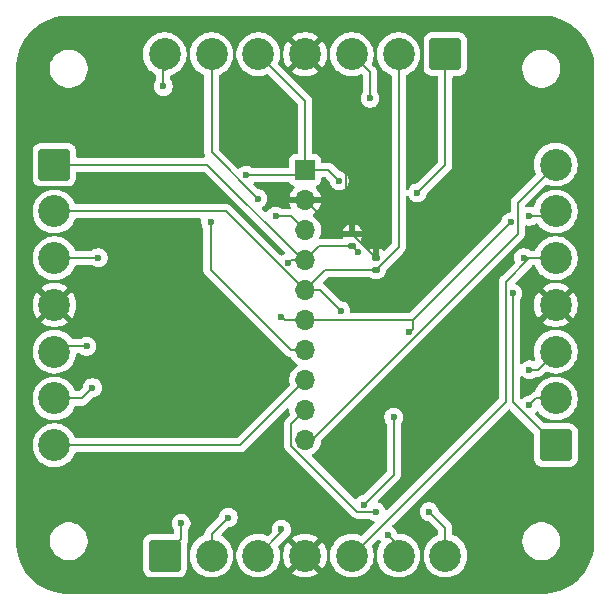
<source format=gbr>
%TF.GenerationSoftware,KiCad,Pcbnew,9.0.0*%
%TF.CreationDate,2025-03-24T11:20:55+01:00*%
%TF.ProjectId,PCB_Distrib,5043425f-4469-4737-9472-69622e6b6963,rev?*%
%TF.SameCoordinates,Original*%
%TF.FileFunction,Copper,L1,Top*%
%TF.FilePolarity,Positive*%
%FSLAX46Y46*%
G04 Gerber Fmt 4.6, Leading zero omitted, Abs format (unit mm)*
G04 Created by KiCad (PCBNEW 9.0.0) date 2025-03-24 11:20:55*
%MOMM*%
%LPD*%
G01*
G04 APERTURE LIST*
G04 Aperture macros list*
%AMRoundRect*
0 Rectangle with rounded corners*
0 $1 Rounding radius*
0 $2 $3 $4 $5 $6 $7 $8 $9 X,Y pos of 4 corners*
0 Add a 4 corners polygon primitive as box body*
4,1,4,$2,$3,$4,$5,$6,$7,$8,$9,$2,$3,0*
0 Add four circle primitives for the rounded corners*
1,1,$1+$1,$2,$3*
1,1,$1+$1,$4,$5*
1,1,$1+$1,$6,$7*
1,1,$1+$1,$8,$9*
0 Add four rect primitives between the rounded corners*
20,1,$1+$1,$2,$3,$4,$5,0*
20,1,$1+$1,$4,$5,$6,$7,0*
20,1,$1+$1,$6,$7,$8,$9,0*
20,1,$1+$1,$8,$9,$2,$3,0*%
G04 Aperture macros list end*
%TA.AperFunction,ComponentPad*%
%ADD10RoundRect,0.250001X-1.099999X1.099999X-1.099999X-1.099999X1.099999X-1.099999X1.099999X1.099999X0*%
%TD*%
%TA.AperFunction,ComponentPad*%
%ADD11C,2.700000*%
%TD*%
%TA.AperFunction,ComponentPad*%
%ADD12RoundRect,0.250001X1.099999X-1.099999X1.099999X1.099999X-1.099999X1.099999X-1.099999X-1.099999X0*%
%TD*%
%TA.AperFunction,ComponentPad*%
%ADD13RoundRect,0.250001X1.099999X1.099999X-1.099999X1.099999X-1.099999X-1.099999X1.099999X-1.099999X0*%
%TD*%
%TA.AperFunction,ComponentPad*%
%ADD14RoundRect,0.250001X-1.099999X-1.099999X1.099999X-1.099999X1.099999X1.099999X-1.099999X1.099999X0*%
%TD*%
%TA.AperFunction,SMDPad,CuDef*%
%ADD15RoundRect,0.135000X-0.185000X0.135000X-0.185000X-0.135000X0.185000X-0.135000X0.185000X0.135000X0*%
%TD*%
%TA.AperFunction,ComponentPad*%
%ADD16R,1.700000X1.700000*%
%TD*%
%TA.AperFunction,ComponentPad*%
%ADD17O,1.700000X1.700000*%
%TD*%
%TA.AperFunction,ViaPad*%
%ADD18C,0.600000*%
%TD*%
%TA.AperFunction,Conductor*%
%ADD19C,0.200000*%
%TD*%
G04 APERTURE END LIST*
D10*
%TO.P,JP2,1,Pin_1*%
%TO.N,SDA*%
X103775000Y-113120000D03*
D11*
%TO.P,JP2,2,Pin_2*%
%TO.N,SCL*%
X103775000Y-117080000D03*
%TO.P,JP2,3,Pin_3*%
%TO.N,GND*%
X103775000Y-121040000D03*
%TO.P,JP2,4,Pin_4*%
%TO.N,+3.3V*%
X103775000Y-125000000D03*
%TO.P,JP2,5,Pin_5*%
%TO.N,+5V*%
X103775000Y-128960000D03*
%TO.P,JP2,6,Pin_6*%
%TO.N,LED.DIN*%
X103775000Y-132920000D03*
%TO.P,JP2,7,Pin_7*%
%TO.N,GPIO04*%
X103775000Y-136880000D03*
%TD*%
D12*
%TO.P,JP4,1,Pin_1*%
%TO.N,SDA*%
X146225000Y-136880000D03*
D11*
%TO.P,JP4,2,Pin_2*%
%TO.N,SCL*%
X146225000Y-132920000D03*
%TO.P,JP4,3,Pin_3*%
%TO.N,GND*%
X146225000Y-128960000D03*
%TO.P,JP4,4,Pin_4*%
%TO.N,+3.3V*%
X146225000Y-125000000D03*
%TO.P,JP4,5,Pin_5*%
%TO.N,+5V*%
X146225000Y-121040000D03*
%TO.P,JP4,6,Pin_6*%
%TO.N,LED.DIN*%
X146225000Y-117080000D03*
%TO.P,JP4,7,Pin_7*%
%TO.N,GPIO22*%
X146225000Y-113120000D03*
%TD*%
D13*
%TO.P,JP1,1,Pin_1*%
%TO.N,SDA*%
X136880000Y-103775000D03*
D11*
%TO.P,JP1,2,Pin_2*%
%TO.N,SCL*%
X132920000Y-103775000D03*
%TO.P,JP1,3,Pin_3*%
%TO.N,GND*%
X128960000Y-103775000D03*
%TO.P,JP1,4,Pin_4*%
%TO.N,+3.3V*%
X125000000Y-103775000D03*
%TO.P,JP1,5,Pin_5*%
%TO.N,+5V*%
X121040000Y-103775000D03*
%TO.P,JP1,6,Pin_6*%
%TO.N,LED.DIN*%
X117080000Y-103775000D03*
%TO.P,JP1,7,Pin_7*%
%TO.N,GPIO17*%
X113120000Y-103775000D03*
%TD*%
D14*
%TO.P,JP3,1,Pin_1*%
%TO.N,SDA*%
X113120000Y-146225000D03*
D11*
%TO.P,JP3,2,Pin_2*%
%TO.N,SCL*%
X117080000Y-146225000D03*
%TO.P,JP3,3,Pin_3*%
%TO.N,GND*%
X121040000Y-146225000D03*
%TO.P,JP3,4,Pin_4*%
%TO.N,+3.3V*%
X125000000Y-146225000D03*
%TO.P,JP3,5,Pin_5*%
%TO.N,+5V*%
X128960000Y-146225000D03*
%TO.P,JP3,6,Pin_6*%
%TO.N,LED.DIN*%
X132920000Y-146225000D03*
%TO.P,JP3,7,Pin_7*%
%TO.N,GPIO27*%
X136880000Y-146225000D03*
%TD*%
D15*
%TO.P,R5,1*%
%TO.N,+3.3V*%
X129000000Y-118990000D03*
%TO.P,R5,2*%
%TO.N,SDA*%
X129000000Y-120010000D03*
%TD*%
D16*
%TO.P,JRasp1,1,Pin_1*%
%TO.N,+5V*%
X125000000Y-113575000D03*
D17*
%TO.P,JRasp1,2,Pin_2*%
%TO.N,+3.3V*%
X125000000Y-116115000D03*
%TO.P,JRasp1,3,Pin_3*%
%TO.N,GND*%
X125000000Y-118655000D03*
%TO.P,JRasp1,4,Pin_4*%
%TO.N,SDA*%
X125000000Y-121195000D03*
%TO.P,JRasp1,5,Pin_5*%
%TO.N,SCL*%
X125000000Y-123735000D03*
%TO.P,JRasp1,6,Pin_6*%
%TO.N,LED.DIN*%
X125000000Y-126275000D03*
%TO.P,JRasp1,7,Pin_7*%
%TO.N,GPIO17*%
X125000000Y-128815000D03*
%TO.P,JRasp1,8,Pin_8*%
%TO.N,GPIO04*%
X125000000Y-131355000D03*
%TO.P,JRasp1,9,Pin_9*%
%TO.N,GPIO27*%
X125000000Y-133895000D03*
%TO.P,JRasp1,10,Pin_10*%
%TO.N,GPIO22*%
X125000000Y-136435000D03*
%TD*%
D15*
%TO.P,R6,1*%
%TO.N,+3.3V*%
X131000000Y-120990000D03*
%TO.P,R6,2*%
%TO.N,SCL*%
X131000000Y-122010000D03*
%TD*%
D18*
%TO.N,SDA*%
X134500000Y-115500000D03*
X129500000Y-120500000D03*
X123556765Y-121443235D03*
X114500000Y-143500000D03*
X142600000Y-124000000D03*
%TO.N,SCL*%
X118500000Y-143000000D03*
X144000000Y-133500000D03*
X128000000Y-125500000D03*
%TO.N,+5V*%
X143500000Y-121000000D03*
X106500000Y-128500000D03*
X120000000Y-114000000D03*
X127900000Y-114500000D03*
%TO.N,GND*%
X130500000Y-107500000D03*
X122500000Y-117500000D03*
X144000000Y-130500000D03*
X107500000Y-121000000D03*
X123000000Y-144000000D03*
%TO.N,LED.DIN*%
X107000000Y-132000000D03*
X132000000Y-144500000D03*
X121000000Y-116000000D03*
X132500000Y-134500000D03*
X130000000Y-141900000D03*
X144000000Y-117500000D03*
X142400000Y-118000000D03*
X133825735Y-127325735D03*
X123000000Y-126000000D03*
%TO.N,GPIO27*%
X135500000Y-142500000D03*
X131000000Y-142500000D03*
%TO.N,GPIO17*%
X113000000Y-106500000D03*
X117000000Y-118000000D03*
%TD*%
D19*
%TO.N,SDA*%
X124805000Y-121195000D02*
X116730000Y-113120000D01*
X114500000Y-144845000D02*
X113120000Y-146225000D01*
X146225000Y-136880000D02*
X142600000Y-133255000D01*
X114500000Y-143500000D02*
X114500000Y-144845000D01*
X136880000Y-113120000D02*
X136880000Y-103775000D01*
X134500000Y-115500000D02*
X136880000Y-113120000D01*
X129000000Y-120010000D02*
X129010000Y-120010000D01*
X142600000Y-133255000D02*
X142600000Y-124000000D01*
X123805000Y-121195000D02*
X123556765Y-121443235D01*
X125000000Y-121195000D02*
X126185000Y-120010000D01*
X116730000Y-113120000D02*
X103775000Y-113120000D01*
X125000000Y-121195000D02*
X124805000Y-121195000D01*
X125000000Y-121195000D02*
X123805000Y-121195000D01*
X129010000Y-120010000D02*
X129500000Y-120500000D01*
X126185000Y-120010000D02*
X129000000Y-120010000D01*
%TO.N,+3.3V*%
X125000000Y-146225000D02*
X125000000Y-145000000D01*
X125000000Y-116115000D02*
X127885000Y-116115000D01*
X129000000Y-118990000D02*
X131000000Y-120990000D01*
X128500000Y-115500000D02*
X128500000Y-107275000D01*
X128500000Y-107275000D02*
X125000000Y-103775000D01*
X125000000Y-116115000D02*
X127875000Y-118990000D01*
X127885000Y-116115000D02*
X128500000Y-115500000D01*
X127875000Y-118990000D02*
X129000000Y-118990000D01*
%TO.N,SCL*%
X125000000Y-123735000D02*
X126235000Y-123735000D01*
X118345000Y-117080000D02*
X103775000Y-117080000D01*
X126725000Y-122010000D02*
X125000000Y-123735000D01*
X125000000Y-123735000D02*
X118345000Y-117080000D01*
X131000000Y-122010000D02*
X132920000Y-120090000D01*
X131000000Y-122010000D02*
X126725000Y-122010000D01*
X144580000Y-132920000D02*
X146225000Y-132920000D01*
X132920000Y-120090000D02*
X132920000Y-103775000D01*
X126235000Y-123735000D02*
X128000000Y-125500000D01*
X144000000Y-133500000D02*
X144580000Y-132920000D01*
X117080000Y-144420000D02*
X117080000Y-146225000D01*
X118500000Y-143000000D02*
X117080000Y-144420000D01*
%TO.N,+5V*%
X142000000Y-123040000D02*
X142000000Y-133185000D01*
X106500000Y-128500000D02*
X104235000Y-128500000D01*
X125000000Y-113575000D02*
X124575000Y-114000000D01*
X104235000Y-128500000D02*
X103775000Y-128960000D01*
X124575000Y-114000000D02*
X120000000Y-114000000D01*
X125000000Y-113575000D02*
X125000000Y-107735000D01*
X125000000Y-113575000D02*
X126975000Y-113575000D01*
X144000000Y-121040000D02*
X146225000Y-121040000D01*
X126975000Y-113575000D02*
X127900000Y-114500000D01*
X143500000Y-121000000D02*
X143540000Y-121040000D01*
X144000000Y-121040000D02*
X142000000Y-123040000D01*
X125000000Y-107735000D02*
X121040000Y-103775000D01*
X142000000Y-133185000D02*
X128960000Y-146225000D01*
X143540000Y-121040000D02*
X144000000Y-121040000D01*
%TO.N,GPIO22*%
X143000000Y-119000000D02*
X143000000Y-116345000D01*
X125000000Y-136435000D02*
X125565000Y-136435000D01*
X125565000Y-136435000D02*
X143000000Y-119000000D01*
X143000000Y-116345000D02*
X146225000Y-113120000D01*
%TO.N,GPIO04*%
X119475000Y-136880000D02*
X103775000Y-136880000D01*
X125000000Y-131355000D02*
X119475000Y-136880000D01*
%TO.N,GND*%
X107460000Y-121040000D02*
X107500000Y-121000000D01*
X121040000Y-146225000D02*
X123000000Y-144265000D01*
X144685000Y-130500000D02*
X144000000Y-130500000D01*
X130500000Y-105315000D02*
X130500000Y-107500000D01*
X128960000Y-103775000D02*
X130500000Y-105315000D01*
X123000000Y-144265000D02*
X123000000Y-144000000D01*
X123845000Y-117500000D02*
X122500000Y-117500000D01*
X125000000Y-118655000D02*
X123845000Y-117500000D01*
X103775000Y-121040000D02*
X107460000Y-121040000D01*
X146225000Y-128960000D02*
X144685000Y-130500000D01*
%TO.N,LED.DIN*%
X125000000Y-126275000D02*
X134125000Y-126275000D01*
X132500000Y-134500000D02*
X132500000Y-139400000D01*
X123275000Y-126275000D02*
X125000000Y-126275000D01*
X145805000Y-117500000D02*
X146225000Y-117080000D01*
X132920000Y-145420000D02*
X132920000Y-146225000D01*
X134125000Y-126275000D02*
X142400000Y-118000000D01*
X106080000Y-132920000D02*
X103775000Y-132920000D01*
X132000000Y-144500000D02*
X132920000Y-145420000D01*
X134125000Y-126275000D02*
X134125000Y-127026470D01*
X117080000Y-103775000D02*
X117080000Y-112080000D01*
X117080000Y-112080000D02*
X121000000Y-116000000D01*
X134125000Y-127026470D02*
X133825735Y-127325735D01*
X144000000Y-117500000D02*
X145805000Y-117500000D01*
X123000000Y-126000000D02*
X123275000Y-126275000D01*
X107000000Y-132000000D02*
X106080000Y-132920000D01*
X132500000Y-139400000D02*
X130000000Y-141900000D01*
%TO.N,GPIO27*%
X123849000Y-136911760D02*
X129437240Y-142500000D01*
X135500000Y-142500000D02*
X136880000Y-143880000D01*
X123849000Y-135046000D02*
X123849000Y-136911760D01*
X136880000Y-143880000D02*
X136880000Y-146225000D01*
X125000000Y-133895000D02*
X123849000Y-135046000D01*
X129437240Y-142500000D02*
X131000000Y-142500000D01*
%TO.N,GPIO17*%
X113000000Y-103895000D02*
X113120000Y-103775000D01*
X113120000Y-105120000D02*
X113120000Y-103775000D01*
X113000000Y-106500000D02*
X113000000Y-103895000D01*
X117000000Y-122017081D02*
X117000000Y-118000000D01*
X125000000Y-128815000D02*
X123797919Y-128815000D01*
X123797919Y-128815000D02*
X117000000Y-122017081D01*
%TD*%
%TA.AperFunction,Conductor*%
%TO.N,+3.3V*%
G36*
X123663178Y-114620185D02*
G01*
X123700637Y-114660418D01*
X123700888Y-114660231D01*
X123702635Y-114662565D01*
X123704973Y-114665076D01*
X123706207Y-114667336D01*
X123792452Y-114782544D01*
X123792455Y-114782547D01*
X123907664Y-114868793D01*
X123907671Y-114868797D01*
X123935507Y-114879179D01*
X124039598Y-114918002D01*
X124095531Y-114959873D01*
X124119949Y-115025337D01*
X124105098Y-115093610D01*
X124083947Y-115121865D01*
X123970271Y-115235541D01*
X123845379Y-115407442D01*
X123748904Y-115596782D01*
X123683242Y-115798870D01*
X123683242Y-115798873D01*
X123672769Y-115865000D01*
X124566988Y-115865000D01*
X124534075Y-115922007D01*
X124500000Y-116049174D01*
X124500000Y-116180826D01*
X124534075Y-116307993D01*
X124566988Y-116365000D01*
X123672769Y-116365000D01*
X123683242Y-116431126D01*
X123683242Y-116431129D01*
X123748904Y-116633217D01*
X123792718Y-116719205D01*
X123805614Y-116787874D01*
X123779338Y-116852614D01*
X123722232Y-116892872D01*
X123682233Y-116899500D01*
X123079766Y-116899500D01*
X123012727Y-116879815D01*
X123010875Y-116878602D01*
X122879185Y-116790609D01*
X122879172Y-116790602D01*
X122733501Y-116730264D01*
X122733489Y-116730261D01*
X122578845Y-116699500D01*
X122578842Y-116699500D01*
X122421158Y-116699500D01*
X122421155Y-116699500D01*
X122266510Y-116730261D01*
X122266498Y-116730264D01*
X122120827Y-116790602D01*
X122120814Y-116790609D01*
X121989711Y-116878210D01*
X121989707Y-116878213D01*
X121878213Y-116989707D01*
X121790214Y-117121406D01*
X121736601Y-117166210D01*
X121667276Y-117174917D01*
X121604249Y-117144762D01*
X121599431Y-117140195D01*
X121359804Y-116900568D01*
X121326319Y-116839245D01*
X121331303Y-116769553D01*
X121373175Y-116713620D01*
X121378594Y-116709785D01*
X121457806Y-116656857D01*
X121510289Y-116621789D01*
X121621789Y-116510289D01*
X121709394Y-116379179D01*
X121769737Y-116233497D01*
X121800500Y-116078842D01*
X121800500Y-115921158D01*
X121800500Y-115921155D01*
X121800499Y-115921153D01*
X121789226Y-115864480D01*
X121769737Y-115766503D01*
X121736282Y-115685735D01*
X121709397Y-115620827D01*
X121709390Y-115620814D01*
X121621789Y-115489711D01*
X121621786Y-115489707D01*
X121510292Y-115378213D01*
X121510288Y-115378210D01*
X121379185Y-115290609D01*
X121379172Y-115290602D01*
X121233501Y-115230264D01*
X121233491Y-115230261D01*
X121078149Y-115199361D01*
X121016238Y-115166976D01*
X121014660Y-115165425D01*
X120661416Y-114812181D01*
X120627931Y-114750858D01*
X120632915Y-114681166D01*
X120674787Y-114625233D01*
X120740251Y-114600816D01*
X120749097Y-114600500D01*
X123596139Y-114600500D01*
X123663178Y-114620185D01*
G37*
%TD.AperFunction*%
%TA.AperFunction,Conductor*%
G36*
X145002702Y-100500617D02*
G01*
X145386771Y-100517386D01*
X145397506Y-100518326D01*
X145775971Y-100568152D01*
X145786597Y-100570025D01*
X146159284Y-100652648D01*
X146169710Y-100655442D01*
X146533765Y-100770227D01*
X146543911Y-100773920D01*
X146896578Y-100920000D01*
X146906369Y-100924566D01*
X147244942Y-101100816D01*
X147254310Y-101106224D01*
X147576244Y-101311318D01*
X147585105Y-101317523D01*
X147887930Y-101549889D01*
X147896217Y-101556843D01*
X148177635Y-101814715D01*
X148185284Y-101822364D01*
X148443156Y-102103782D01*
X148450110Y-102112069D01*
X148682476Y-102414894D01*
X148688681Y-102423755D01*
X148893775Y-102745689D01*
X148899183Y-102755057D01*
X149075430Y-103093623D01*
X149080002Y-103103427D01*
X149226075Y-103456078D01*
X149229775Y-103466244D01*
X149344554Y-103830278D01*
X149347354Y-103840727D01*
X149429971Y-104213389D01*
X149431849Y-104224042D01*
X149481671Y-104602473D01*
X149482614Y-104613249D01*
X149499382Y-104997297D01*
X149499500Y-105002706D01*
X149499500Y-144997293D01*
X149499382Y-145002702D01*
X149482614Y-145386750D01*
X149481671Y-145397526D01*
X149431849Y-145775957D01*
X149429971Y-145786610D01*
X149347354Y-146159272D01*
X149344554Y-146169721D01*
X149229775Y-146533755D01*
X149226075Y-146543921D01*
X149080002Y-146896572D01*
X149075430Y-146906376D01*
X148899183Y-147244942D01*
X148893775Y-147254310D01*
X148688681Y-147576244D01*
X148682476Y-147585105D01*
X148450110Y-147887930D01*
X148443156Y-147896217D01*
X148185284Y-148177635D01*
X148177635Y-148185284D01*
X147896217Y-148443156D01*
X147887930Y-148450110D01*
X147585105Y-148682476D01*
X147576244Y-148688681D01*
X147254310Y-148893775D01*
X147244942Y-148899183D01*
X146906376Y-149075430D01*
X146896572Y-149080002D01*
X146543921Y-149226075D01*
X146533755Y-149229775D01*
X146169721Y-149344554D01*
X146159272Y-149347354D01*
X145786610Y-149429971D01*
X145775957Y-149431849D01*
X145397526Y-149481671D01*
X145386750Y-149482614D01*
X145002703Y-149499382D01*
X144997294Y-149499500D01*
X105002706Y-149499500D01*
X104997297Y-149499382D01*
X104613249Y-149482614D01*
X104602473Y-149481671D01*
X104224042Y-149431849D01*
X104213389Y-149429971D01*
X103840727Y-149347354D01*
X103830278Y-149344554D01*
X103466244Y-149229775D01*
X103456078Y-149226075D01*
X103103427Y-149080002D01*
X103093623Y-149075430D01*
X102755057Y-148899183D01*
X102745689Y-148893775D01*
X102423755Y-148688681D01*
X102414894Y-148682476D01*
X102112069Y-148450110D01*
X102103782Y-148443156D01*
X101822364Y-148185284D01*
X101814715Y-148177635D01*
X101556843Y-147896217D01*
X101549889Y-147887930D01*
X101317523Y-147585105D01*
X101311318Y-147576244D01*
X101106224Y-147254310D01*
X101100816Y-147244942D01*
X100924566Y-146906369D01*
X100919997Y-146896572D01*
X100773920Y-146543911D01*
X100770224Y-146533755D01*
X100655442Y-146169710D01*
X100652648Y-146159284D01*
X100570025Y-145786597D01*
X100568152Y-145775971D01*
X100518326Y-145397506D01*
X100517386Y-145386771D01*
X100500618Y-145002702D01*
X100500500Y-144997293D01*
X100500500Y-144874038D01*
X103399500Y-144874038D01*
X103399500Y-145125962D01*
X103421410Y-145264297D01*
X103438910Y-145374785D01*
X103516760Y-145614383D01*
X103631132Y-145838848D01*
X103779201Y-146042649D01*
X103779205Y-146042654D01*
X103957345Y-146220794D01*
X103957350Y-146220798D01*
X104130018Y-146346248D01*
X104161155Y-146368870D01*
X104304184Y-146441747D01*
X104385616Y-146483239D01*
X104385618Y-146483239D01*
X104385621Y-146483241D01*
X104625215Y-146561090D01*
X104874038Y-146600500D01*
X104874039Y-146600500D01*
X105125961Y-146600500D01*
X105125962Y-146600500D01*
X105374785Y-146561090D01*
X105614379Y-146483241D01*
X105838845Y-146368870D01*
X106042656Y-146220793D01*
X106220793Y-146042656D01*
X106368870Y-145838845D01*
X106483241Y-145614379D01*
X106561090Y-145374785D01*
X106600500Y-145125962D01*
X106600500Y-145074984D01*
X111269500Y-145074984D01*
X111269500Y-147375015D01*
X111280000Y-147477795D01*
X111280001Y-147477796D01*
X111335186Y-147644335D01*
X111335187Y-147644337D01*
X111427286Y-147793651D01*
X111427289Y-147793655D01*
X111551344Y-147917710D01*
X111551348Y-147917713D01*
X111700662Y-148009812D01*
X111700664Y-148009813D01*
X111700666Y-148009814D01*
X111867203Y-148064999D01*
X111969992Y-148075500D01*
X111969997Y-148075500D01*
X114270003Y-148075500D01*
X114270008Y-148075500D01*
X114372797Y-148064999D01*
X114539334Y-148009814D01*
X114688655Y-147917711D01*
X114812711Y-147793655D01*
X114904814Y-147644334D01*
X114959999Y-147477797D01*
X114970500Y-147375008D01*
X114970500Y-146103711D01*
X115229500Y-146103711D01*
X115229500Y-146346288D01*
X115261161Y-146586785D01*
X115323947Y-146821104D01*
X115398539Y-147001185D01*
X115416776Y-147045212D01*
X115538064Y-147255289D01*
X115538066Y-147255292D01*
X115538067Y-147255293D01*
X115685733Y-147447736D01*
X115685739Y-147447743D01*
X115857256Y-147619260D01*
X115857263Y-147619266D01*
X115959788Y-147697936D01*
X116049711Y-147766936D01*
X116259788Y-147888224D01*
X116483900Y-147981054D01*
X116718211Y-148043838D01*
X116878940Y-148064998D01*
X116958711Y-148075500D01*
X116958712Y-148075500D01*
X117201289Y-148075500D01*
X117281052Y-148064999D01*
X117441789Y-148043838D01*
X117676100Y-147981054D01*
X117900212Y-147888224D01*
X118110289Y-147766936D01*
X118302738Y-147619265D01*
X118474265Y-147447738D01*
X118621936Y-147255289D01*
X118743224Y-147045212D01*
X118836054Y-146821100D01*
X118898838Y-146586789D01*
X118930500Y-146346288D01*
X118930500Y-146103712D01*
X118930500Y-146103711D01*
X119189500Y-146103711D01*
X119189500Y-146346288D01*
X119221161Y-146586785D01*
X119283947Y-146821104D01*
X119358539Y-147001185D01*
X119376776Y-147045212D01*
X119498064Y-147255289D01*
X119498066Y-147255292D01*
X119498067Y-147255293D01*
X119645733Y-147447736D01*
X119645739Y-147447743D01*
X119817256Y-147619260D01*
X119817263Y-147619266D01*
X119919788Y-147697936D01*
X120009711Y-147766936D01*
X120219788Y-147888224D01*
X120443900Y-147981054D01*
X120678211Y-148043838D01*
X120838940Y-148064998D01*
X120918711Y-148075500D01*
X120918712Y-148075500D01*
X121161289Y-148075500D01*
X121241052Y-148064999D01*
X121401789Y-148043838D01*
X121636100Y-147981054D01*
X121860212Y-147888224D01*
X122070289Y-147766936D01*
X122262738Y-147619265D01*
X122262743Y-147619260D01*
X122319701Y-147562303D01*
X122434260Y-147447743D01*
X122434265Y-147447738D01*
X122581936Y-147255289D01*
X122703224Y-147045212D01*
X122796054Y-146821100D01*
X122858838Y-146586789D01*
X122890500Y-146346288D01*
X122890500Y-146103751D01*
X123150000Y-146103751D01*
X123150000Y-146346248D01*
X123150001Y-146346264D01*
X123181653Y-146586687D01*
X123244421Y-146820939D01*
X123337220Y-147044978D01*
X123337227Y-147044992D01*
X123458481Y-147255010D01*
X123527061Y-147344384D01*
X124245884Y-146625560D01*
X124246740Y-146627626D01*
X124339762Y-146766844D01*
X124458156Y-146885238D01*
X124597374Y-146978260D01*
X124599437Y-146979114D01*
X123880614Y-147697936D01*
X123880614Y-147697937D01*
X123969989Y-147766517D01*
X123969996Y-147766522D01*
X124180007Y-147887772D01*
X124180021Y-147887779D01*
X124404060Y-147980578D01*
X124638312Y-148043346D01*
X124878735Y-148074998D01*
X124878752Y-148075000D01*
X125121248Y-148075000D01*
X125121264Y-148074998D01*
X125361687Y-148043346D01*
X125595939Y-147980578D01*
X125819978Y-147887779D01*
X125819992Y-147887772D01*
X126030016Y-147766515D01*
X126119384Y-147697939D01*
X126119384Y-147697936D01*
X125400562Y-146979114D01*
X125402626Y-146978260D01*
X125541844Y-146885238D01*
X125660238Y-146766844D01*
X125753260Y-146627626D01*
X125754114Y-146625562D01*
X126472936Y-147344384D01*
X126472939Y-147344384D01*
X126541515Y-147255016D01*
X126662772Y-147044992D01*
X126662779Y-147044978D01*
X126755578Y-146820939D01*
X126818346Y-146586687D01*
X126849998Y-146346264D01*
X126850000Y-146346248D01*
X126850000Y-146103751D01*
X126849998Y-146103735D01*
X126818346Y-145863312D01*
X126755578Y-145629060D01*
X126662779Y-145405021D01*
X126662772Y-145405007D01*
X126541522Y-145194996D01*
X126541517Y-145194989D01*
X126472937Y-145105614D01*
X126472936Y-145105614D01*
X125754114Y-145824436D01*
X125753260Y-145822374D01*
X125660238Y-145683156D01*
X125541844Y-145564762D01*
X125402626Y-145471740D01*
X125400560Y-145470884D01*
X126119384Y-144752061D01*
X126030010Y-144683481D01*
X125819992Y-144562227D01*
X125819978Y-144562220D01*
X125595939Y-144469421D01*
X125361687Y-144406653D01*
X125121264Y-144375001D01*
X125121248Y-144375000D01*
X124878752Y-144375000D01*
X124878735Y-144375001D01*
X124638312Y-144406653D01*
X124404060Y-144469421D01*
X124180021Y-144562220D01*
X124180006Y-144562227D01*
X123969990Y-144683480D01*
X123880614Y-144752060D01*
X123880614Y-144752061D01*
X124599438Y-145470885D01*
X124597374Y-145471740D01*
X124458156Y-145564762D01*
X124339762Y-145683156D01*
X124246740Y-145822374D01*
X124245885Y-145824438D01*
X123527061Y-145105614D01*
X123527060Y-145105614D01*
X123458480Y-145194990D01*
X123337227Y-145405006D01*
X123337220Y-145405021D01*
X123244421Y-145629060D01*
X123181653Y-145863312D01*
X123150001Y-146103735D01*
X123150000Y-146103751D01*
X122890500Y-146103751D01*
X122890500Y-146103712D01*
X122858838Y-145863211D01*
X122796054Y-145628900D01*
X122736751Y-145485732D01*
X122729283Y-145416266D01*
X122760558Y-145353787D01*
X122763602Y-145350631D01*
X123447885Y-144666349D01*
X123459428Y-144656876D01*
X123460656Y-144655216D01*
X123462137Y-144654653D01*
X123466669Y-144650934D01*
X123510289Y-144621789D01*
X123621789Y-144510289D01*
X123709394Y-144379179D01*
X123769737Y-144233497D01*
X123800500Y-144078842D01*
X123800500Y-143921158D01*
X123800500Y-143921155D01*
X123800499Y-143921153D01*
X123780429Y-143820254D01*
X123769737Y-143766503D01*
X123741079Y-143697316D01*
X123709397Y-143620827D01*
X123709390Y-143620814D01*
X123621789Y-143489711D01*
X123621786Y-143489707D01*
X123510292Y-143378213D01*
X123510288Y-143378210D01*
X123379185Y-143290609D01*
X123379172Y-143290602D01*
X123233501Y-143230264D01*
X123233489Y-143230261D01*
X123078845Y-143199500D01*
X123078842Y-143199500D01*
X122921158Y-143199500D01*
X122921155Y-143199500D01*
X122766510Y-143230261D01*
X122766498Y-143230264D01*
X122620827Y-143290602D01*
X122620814Y-143290609D01*
X122489711Y-143378210D01*
X122489707Y-143378213D01*
X122378213Y-143489707D01*
X122378210Y-143489711D01*
X122290609Y-143620814D01*
X122290602Y-143620827D01*
X122230264Y-143766498D01*
X122230261Y-143766510D01*
X122199500Y-143921153D01*
X122199500Y-143921158D01*
X122199500Y-144078842D01*
X122199501Y-144078846D01*
X122209369Y-144128459D01*
X122203140Y-144198051D01*
X122175432Y-144240330D01*
X121914397Y-144501366D01*
X121853074Y-144534851D01*
X121783383Y-144529867D01*
X121779263Y-144528246D01*
X121636104Y-144468947D01*
X121518944Y-144437554D01*
X121401789Y-144406162D01*
X121401788Y-144406161D01*
X121401785Y-144406161D01*
X121161289Y-144374500D01*
X121161288Y-144374500D01*
X120918712Y-144374500D01*
X120918711Y-144374500D01*
X120678214Y-144406161D01*
X120443895Y-144468947D01*
X120219794Y-144561773D01*
X120219785Y-144561777D01*
X120009706Y-144683067D01*
X119817263Y-144830733D01*
X119817256Y-144830739D01*
X119645739Y-145002256D01*
X119645733Y-145002263D01*
X119498067Y-145194706D01*
X119498064Y-145194710D01*
X119498064Y-145194711D01*
X119493684Y-145202298D01*
X119376777Y-145404785D01*
X119376773Y-145404794D01*
X119283947Y-145628895D01*
X119221161Y-145863214D01*
X119189500Y-146103711D01*
X118930500Y-146103711D01*
X118898838Y-145863211D01*
X118836054Y-145628900D01*
X118743224Y-145404788D01*
X118621936Y-145194711D01*
X118530073Y-145074992D01*
X118474266Y-145002263D01*
X118474260Y-145002256D01*
X118302743Y-144830739D01*
X118302736Y-144830733D01*
X118110296Y-144683069D01*
X118110294Y-144683067D01*
X118110289Y-144683064D01*
X117968677Y-144601304D01*
X117920462Y-144550736D01*
X117907240Y-144482129D01*
X117933208Y-144417265D01*
X117942987Y-144406246D01*
X118514662Y-143834572D01*
X118575983Y-143801089D01*
X118578150Y-143800638D01*
X118636085Y-143789113D01*
X118733497Y-143769737D01*
X118879179Y-143709394D01*
X119010289Y-143621789D01*
X119121789Y-143510289D01*
X119209394Y-143379179D01*
X119269737Y-143233497D01*
X119300500Y-143078842D01*
X119300500Y-142921158D01*
X119300500Y-142921155D01*
X119300499Y-142921153D01*
X119274531Y-142790606D01*
X119269737Y-142766503D01*
X119256062Y-142733489D01*
X119209397Y-142620827D01*
X119209390Y-142620814D01*
X119121789Y-142489711D01*
X119121786Y-142489707D01*
X119010292Y-142378213D01*
X119010288Y-142378210D01*
X118879185Y-142290609D01*
X118879172Y-142290602D01*
X118733501Y-142230264D01*
X118733489Y-142230261D01*
X118578845Y-142199500D01*
X118578842Y-142199500D01*
X118421158Y-142199500D01*
X118421155Y-142199500D01*
X118266510Y-142230261D01*
X118266498Y-142230264D01*
X118120827Y-142290602D01*
X118120814Y-142290609D01*
X117989711Y-142378210D01*
X117989707Y-142378213D01*
X117878213Y-142489707D01*
X117878210Y-142489711D01*
X117790609Y-142620814D01*
X117790602Y-142620827D01*
X117730264Y-142766498D01*
X117730261Y-142766508D01*
X117699361Y-142921850D01*
X117666976Y-142983761D01*
X117665425Y-142985339D01*
X116599481Y-144051282D01*
X116599479Y-144051285D01*
X116583568Y-144078844D01*
X116564550Y-144111785D01*
X116520423Y-144188215D01*
X116479499Y-144340943D01*
X116479499Y-144340945D01*
X116479499Y-144387913D01*
X116459814Y-144454952D01*
X116407010Y-144500707D01*
X116402953Y-144502474D01*
X116259787Y-144561776D01*
X116259780Y-144561779D01*
X116049706Y-144683067D01*
X115857263Y-144830733D01*
X115857256Y-144830739D01*
X115685739Y-145002256D01*
X115685733Y-145002263D01*
X115538067Y-145194706D01*
X115538064Y-145194710D01*
X115538064Y-145194711D01*
X115533684Y-145202298D01*
X115416777Y-145404785D01*
X115416773Y-145404794D01*
X115323947Y-145628895D01*
X115261161Y-145863214D01*
X115229500Y-146103711D01*
X114970500Y-146103711D01*
X114970500Y-145264297D01*
X114987113Y-145202298D01*
X115054521Y-145085541D01*
X115059577Y-145076784D01*
X115100501Y-144924057D01*
X115100501Y-144765942D01*
X115100501Y-144758347D01*
X115100500Y-144758329D01*
X115100500Y-144079765D01*
X115120185Y-144012726D01*
X115121398Y-144010874D01*
X115181347Y-143921155D01*
X115209394Y-143879179D01*
X115269737Y-143733497D01*
X115300500Y-143578842D01*
X115300500Y-143421158D01*
X115300500Y-143421155D01*
X115300499Y-143421153D01*
X115274531Y-143290606D01*
X115269737Y-143266503D01*
X115256062Y-143233489D01*
X115209397Y-143120827D01*
X115209390Y-143120814D01*
X115121789Y-142989711D01*
X115121786Y-142989707D01*
X115010292Y-142878213D01*
X115010288Y-142878210D01*
X114879185Y-142790609D01*
X114879172Y-142790602D01*
X114733501Y-142730264D01*
X114733489Y-142730261D01*
X114578845Y-142699500D01*
X114578842Y-142699500D01*
X114421158Y-142699500D01*
X114421155Y-142699500D01*
X114266510Y-142730261D01*
X114266498Y-142730264D01*
X114120827Y-142790602D01*
X114120814Y-142790609D01*
X113989711Y-142878210D01*
X113989707Y-142878213D01*
X113878213Y-142989707D01*
X113878210Y-142989711D01*
X113790609Y-143120814D01*
X113790602Y-143120827D01*
X113730264Y-143266498D01*
X113730261Y-143266510D01*
X113699500Y-143421153D01*
X113699500Y-143578846D01*
X113730261Y-143733489D01*
X113730264Y-143733501D01*
X113790602Y-143879172D01*
X113790609Y-143879185D01*
X113878602Y-144010874D01*
X113884252Y-144028920D01*
X113894477Y-144044830D01*
X113898928Y-144075789D01*
X113899480Y-144077551D01*
X113899500Y-144079765D01*
X113899500Y-144250500D01*
X113879815Y-144317539D01*
X113827011Y-144363294D01*
X113775500Y-144374500D01*
X111969984Y-144374500D01*
X111867204Y-144385000D01*
X111867203Y-144385001D01*
X111700664Y-144440186D01*
X111700662Y-144440187D01*
X111551348Y-144532286D01*
X111551344Y-144532289D01*
X111427289Y-144656344D01*
X111427286Y-144656348D01*
X111335187Y-144805662D01*
X111335186Y-144805664D01*
X111280001Y-144972203D01*
X111280000Y-144972204D01*
X111269500Y-145074984D01*
X106600500Y-145074984D01*
X106600500Y-144874038D01*
X106561090Y-144625215D01*
X106483241Y-144385621D01*
X106483239Y-144385618D01*
X106483239Y-144385616D01*
X106414393Y-144250500D01*
X106368870Y-144161155D01*
X106289045Y-144051285D01*
X106220798Y-143957350D01*
X106220794Y-143957345D01*
X106042654Y-143779205D01*
X106042649Y-143779201D01*
X105838848Y-143631132D01*
X105838847Y-143631131D01*
X105838845Y-143631130D01*
X105736224Y-143578842D01*
X105614383Y-143516760D01*
X105374785Y-143438910D01*
X105262685Y-143421155D01*
X105125962Y-143399500D01*
X104874038Y-143399500D01*
X104749626Y-143419205D01*
X104625214Y-143438910D01*
X104385616Y-143516760D01*
X104161151Y-143631132D01*
X103957350Y-143779201D01*
X103957345Y-143779205D01*
X103779205Y-143957345D01*
X103779201Y-143957350D01*
X103631132Y-144161151D01*
X103516760Y-144385616D01*
X103438910Y-144625214D01*
X103418819Y-144752061D01*
X103399500Y-144874038D01*
X100500500Y-144874038D01*
X100500500Y-132798711D01*
X101924500Y-132798711D01*
X101924500Y-133041288D01*
X101956161Y-133281785D01*
X102018947Y-133516104D01*
X102107654Y-133730261D01*
X102111776Y-133740212D01*
X102233064Y-133950289D01*
X102233066Y-133950292D01*
X102233067Y-133950293D01*
X102380733Y-134142736D01*
X102380739Y-134142743D01*
X102552256Y-134314260D01*
X102552262Y-134314265D01*
X102744711Y-134461936D01*
X102954788Y-134583224D01*
X103178900Y-134676054D01*
X103413211Y-134738838D01*
X103593586Y-134762584D01*
X103653711Y-134770500D01*
X103653712Y-134770500D01*
X103896289Y-134770500D01*
X103944388Y-134764167D01*
X104136789Y-134738838D01*
X104371100Y-134676054D01*
X104595212Y-134583224D01*
X104805289Y-134461936D01*
X104997738Y-134314265D01*
X105169265Y-134142738D01*
X105316936Y-133950289D01*
X105438224Y-133740212D01*
X105497524Y-133597047D01*
X105541364Y-133542644D01*
X105607658Y-133520579D01*
X105612085Y-133520500D01*
X105993331Y-133520500D01*
X105993347Y-133520501D01*
X106000943Y-133520501D01*
X106159054Y-133520501D01*
X106159057Y-133520501D01*
X106311785Y-133479577D01*
X106361904Y-133450639D01*
X106448716Y-133400520D01*
X106560520Y-133288716D01*
X106560520Y-133288714D01*
X106570728Y-133278507D01*
X106570729Y-133278504D01*
X107014662Y-132834572D01*
X107075983Y-132801089D01*
X107078150Y-132800638D01*
X107136085Y-132789113D01*
X107233497Y-132769737D01*
X107379179Y-132709394D01*
X107510289Y-132621789D01*
X107621789Y-132510289D01*
X107709394Y-132379179D01*
X107769737Y-132233497D01*
X107800500Y-132078842D01*
X107800500Y-131921158D01*
X107800500Y-131921155D01*
X107800499Y-131921153D01*
X107784261Y-131839522D01*
X107769737Y-131766503D01*
X107730280Y-131671244D01*
X107709397Y-131620827D01*
X107709390Y-131620814D01*
X107621789Y-131489711D01*
X107621786Y-131489707D01*
X107510292Y-131378213D01*
X107510288Y-131378210D01*
X107379185Y-131290609D01*
X107379172Y-131290602D01*
X107233501Y-131230264D01*
X107233489Y-131230261D01*
X107078845Y-131199500D01*
X107078842Y-131199500D01*
X106921158Y-131199500D01*
X106921155Y-131199500D01*
X106766510Y-131230261D01*
X106766498Y-131230264D01*
X106620827Y-131290602D01*
X106620814Y-131290609D01*
X106489711Y-131378210D01*
X106489707Y-131378213D01*
X106378213Y-131489707D01*
X106378210Y-131489711D01*
X106290609Y-131620814D01*
X106290602Y-131620827D01*
X106230264Y-131766498D01*
X106230261Y-131766508D01*
X106199361Y-131921850D01*
X106166976Y-131983761D01*
X106165425Y-131985339D01*
X105867584Y-132283181D01*
X105840656Y-132297884D01*
X105814838Y-132314477D01*
X105808637Y-132315368D01*
X105806261Y-132316666D01*
X105779903Y-132319500D01*
X105612085Y-132319500D01*
X105545046Y-132299815D01*
X105499291Y-132247011D01*
X105497524Y-132242952D01*
X105438229Y-132099799D01*
X105438226Y-132099793D01*
X105438224Y-132099788D01*
X105316936Y-131889711D01*
X105222392Y-131766498D01*
X105169266Y-131697263D01*
X105169260Y-131697256D01*
X104997743Y-131525739D01*
X104997736Y-131525733D01*
X104805293Y-131378067D01*
X104805292Y-131378066D01*
X104805289Y-131378064D01*
X104595212Y-131256776D01*
X104595205Y-131256773D01*
X104371104Y-131163947D01*
X104136785Y-131101161D01*
X103896289Y-131069500D01*
X103896288Y-131069500D01*
X103653712Y-131069500D01*
X103653711Y-131069500D01*
X103413214Y-131101161D01*
X103178895Y-131163947D01*
X102954794Y-131256773D01*
X102954785Y-131256777D01*
X102744706Y-131378067D01*
X102552263Y-131525733D01*
X102552256Y-131525739D01*
X102380739Y-131697256D01*
X102380733Y-131697263D01*
X102233067Y-131889706D01*
X102111777Y-132099785D01*
X102111773Y-132099794D01*
X102018947Y-132323895D01*
X101956161Y-132558214D01*
X101924500Y-132798711D01*
X100500500Y-132798711D01*
X100500500Y-128838711D01*
X101924500Y-128838711D01*
X101924500Y-129081288D01*
X101956161Y-129321785D01*
X102018947Y-129556104D01*
X102091086Y-129730263D01*
X102111776Y-129780212D01*
X102233064Y-129990289D01*
X102233066Y-129990292D01*
X102233067Y-129990293D01*
X102380733Y-130182736D01*
X102380739Y-130182743D01*
X102552256Y-130354260D01*
X102552262Y-130354265D01*
X102744711Y-130501936D01*
X102954788Y-130623224D01*
X103178900Y-130716054D01*
X103413211Y-130778838D01*
X103593586Y-130802584D01*
X103653711Y-130810500D01*
X103653712Y-130810500D01*
X103896289Y-130810500D01*
X103944388Y-130804167D01*
X104136789Y-130778838D01*
X104371100Y-130716054D01*
X104595212Y-130623224D01*
X104805289Y-130501936D01*
X104997738Y-130354265D01*
X105169265Y-130182738D01*
X105316936Y-129990289D01*
X105438224Y-129780212D01*
X105531054Y-129556100D01*
X105593838Y-129321789D01*
X105608777Y-129208314D01*
X105609087Y-129207613D01*
X105608978Y-129206853D01*
X105623197Y-129175716D01*
X105637043Y-129144418D01*
X105637684Y-129143995D01*
X105638003Y-129143297D01*
X105666795Y-129124793D01*
X105695368Y-129105947D01*
X105696350Y-129105799D01*
X105696781Y-129105523D01*
X105731716Y-129100500D01*
X105920234Y-129100500D01*
X105987273Y-129120185D01*
X105989125Y-129121398D01*
X106120814Y-129209390D01*
X106120827Y-129209397D01*
X106266498Y-129269735D01*
X106266503Y-129269737D01*
X106396122Y-129295520D01*
X106421153Y-129300499D01*
X106421156Y-129300500D01*
X106421158Y-129300500D01*
X106578844Y-129300500D01*
X106578845Y-129300499D01*
X106733497Y-129269737D01*
X106879179Y-129209394D01*
X107010289Y-129121789D01*
X107121789Y-129010289D01*
X107209394Y-128879179D01*
X107269737Y-128733497D01*
X107300500Y-128578842D01*
X107300500Y-128421158D01*
X107300500Y-128421155D01*
X107300499Y-128421153D01*
X107269737Y-128266503D01*
X107217253Y-128139794D01*
X107209397Y-128120827D01*
X107209390Y-128120814D01*
X107121789Y-127989711D01*
X107121786Y-127989707D01*
X107010292Y-127878213D01*
X107010288Y-127878210D01*
X106879185Y-127790609D01*
X106879172Y-127790602D01*
X106733501Y-127730264D01*
X106733489Y-127730261D01*
X106578845Y-127699500D01*
X106578842Y-127699500D01*
X106421158Y-127699500D01*
X106421155Y-127699500D01*
X106266510Y-127730261D01*
X106266498Y-127730264D01*
X106120827Y-127790602D01*
X106120814Y-127790609D01*
X105989125Y-127878602D01*
X105922447Y-127899480D01*
X105920234Y-127899500D01*
X105354904Y-127899500D01*
X105287865Y-127879815D01*
X105256528Y-127850986D01*
X105169266Y-127737263D01*
X105169260Y-127737256D01*
X104997743Y-127565739D01*
X104997736Y-127565733D01*
X104805293Y-127418067D01*
X104805292Y-127418066D01*
X104805289Y-127418064D01*
X104595212Y-127296776D01*
X104595205Y-127296773D01*
X104371104Y-127203947D01*
X104136785Y-127141161D01*
X103896289Y-127109500D01*
X103896288Y-127109500D01*
X103653712Y-127109500D01*
X103653711Y-127109500D01*
X103413214Y-127141161D01*
X103178895Y-127203947D01*
X102954794Y-127296773D01*
X102954785Y-127296777D01*
X102744706Y-127418067D01*
X102552263Y-127565733D01*
X102552256Y-127565739D01*
X102380739Y-127737256D01*
X102380733Y-127737263D01*
X102233067Y-127929706D01*
X102233064Y-127929710D01*
X102233064Y-127929711D01*
X102228153Y-127938217D01*
X102111777Y-128139785D01*
X102111773Y-128139794D01*
X102018947Y-128363895D01*
X101956161Y-128598214D01*
X101924500Y-128838711D01*
X100500500Y-128838711D01*
X100500500Y-124878751D01*
X101925000Y-124878751D01*
X101925000Y-125121248D01*
X101925001Y-125121264D01*
X101956653Y-125361687D01*
X102019421Y-125595939D01*
X102112220Y-125819978D01*
X102112227Y-125819992D01*
X102233481Y-126030010D01*
X102302061Y-126119384D01*
X103020884Y-125400560D01*
X103021740Y-125402626D01*
X103114762Y-125541844D01*
X103233156Y-125660238D01*
X103372374Y-125753260D01*
X103374437Y-125754114D01*
X102655614Y-126472936D01*
X102655614Y-126472937D01*
X102744989Y-126541517D01*
X102744996Y-126541522D01*
X102955007Y-126662772D01*
X102955021Y-126662779D01*
X103179060Y-126755578D01*
X103413312Y-126818346D01*
X103653735Y-126849998D01*
X103653752Y-126850000D01*
X103896248Y-126850000D01*
X103896264Y-126849998D01*
X104136687Y-126818346D01*
X104370939Y-126755578D01*
X104594978Y-126662779D01*
X104594992Y-126662772D01*
X104805016Y-126541515D01*
X104894384Y-126472939D01*
X104894384Y-126472936D01*
X104175562Y-125754114D01*
X104177626Y-125753260D01*
X104316844Y-125660238D01*
X104435238Y-125541844D01*
X104528260Y-125402626D01*
X104529114Y-125400562D01*
X105247936Y-126119384D01*
X105247939Y-126119384D01*
X105316515Y-126030016D01*
X105437772Y-125819992D01*
X105437779Y-125819978D01*
X105530578Y-125595939D01*
X105593346Y-125361687D01*
X105624998Y-125121264D01*
X105625000Y-125121248D01*
X105625000Y-124878751D01*
X105624998Y-124878735D01*
X105593346Y-124638312D01*
X105530578Y-124404060D01*
X105437779Y-124180021D01*
X105437772Y-124180007D01*
X105316522Y-123969996D01*
X105316517Y-123969989D01*
X105247937Y-123880614D01*
X105247936Y-123880614D01*
X104529114Y-124599436D01*
X104528260Y-124597374D01*
X104435238Y-124458156D01*
X104316844Y-124339762D01*
X104177626Y-124246740D01*
X104175560Y-124245884D01*
X104894384Y-123527061D01*
X104805010Y-123458481D01*
X104594992Y-123337227D01*
X104594978Y-123337220D01*
X104370939Y-123244421D01*
X104136687Y-123181653D01*
X103896264Y-123150001D01*
X103896248Y-123150000D01*
X103653752Y-123150000D01*
X103653735Y-123150001D01*
X103413312Y-123181653D01*
X103179060Y-123244421D01*
X102955021Y-123337220D01*
X102955006Y-123337227D01*
X102744990Y-123458480D01*
X102655614Y-123527060D01*
X102655614Y-123527061D01*
X103374438Y-124245885D01*
X103372374Y-124246740D01*
X103233156Y-124339762D01*
X103114762Y-124458156D01*
X103021740Y-124597374D01*
X103020885Y-124599438D01*
X102302061Y-123880614D01*
X102302060Y-123880614D01*
X102233480Y-123969990D01*
X102112227Y-124180006D01*
X102112220Y-124180021D01*
X102019421Y-124404060D01*
X101956653Y-124638312D01*
X101925001Y-124878735D01*
X101925000Y-124878751D01*
X100500500Y-124878751D01*
X100500500Y-120918711D01*
X101924500Y-120918711D01*
X101924500Y-121161288D01*
X101956161Y-121401785D01*
X102018947Y-121636104D01*
X102111771Y-121860200D01*
X102111776Y-121860212D01*
X102233064Y-122070289D01*
X102233066Y-122070292D01*
X102233067Y-122070293D01*
X102380733Y-122262736D01*
X102380739Y-122262743D01*
X102552256Y-122434260D01*
X102552263Y-122434266D01*
X102644011Y-122504666D01*
X102744711Y-122581936D01*
X102954788Y-122703224D01*
X103178900Y-122796054D01*
X103413211Y-122858838D01*
X103593586Y-122882584D01*
X103653711Y-122890500D01*
X103653712Y-122890500D01*
X103896289Y-122890500D01*
X103944388Y-122884167D01*
X104136789Y-122858838D01*
X104371100Y-122796054D01*
X104595212Y-122703224D01*
X104805289Y-122581936D01*
X104997738Y-122434265D01*
X105169265Y-122262738D01*
X105316936Y-122070289D01*
X105438224Y-121860212D01*
X105497524Y-121717047D01*
X105541364Y-121662644D01*
X105607658Y-121640579D01*
X105612085Y-121640500D01*
X106980099Y-121640500D01*
X107047138Y-121660185D01*
X107048990Y-121661398D01*
X107120821Y-121709394D01*
X107120823Y-121709395D01*
X107120827Y-121709397D01*
X107202779Y-121743342D01*
X107266503Y-121769737D01*
X107421153Y-121800499D01*
X107421156Y-121800500D01*
X107421158Y-121800500D01*
X107578844Y-121800500D01*
X107578845Y-121800499D01*
X107733497Y-121769737D01*
X107846166Y-121723067D01*
X107879172Y-121709397D01*
X107879172Y-121709396D01*
X107879179Y-121709394D01*
X108010289Y-121621789D01*
X108121789Y-121510289D01*
X108209394Y-121379179D01*
X108269737Y-121233497D01*
X108300500Y-121078842D01*
X108300500Y-120921158D01*
X108300500Y-120921155D01*
X108300499Y-120921153D01*
X108288216Y-120859402D01*
X108269737Y-120766503D01*
X108256066Y-120733497D01*
X108209397Y-120620827D01*
X108209390Y-120620814D01*
X108121789Y-120489711D01*
X108121786Y-120489707D01*
X108010292Y-120378213D01*
X108010288Y-120378210D01*
X107879185Y-120290609D01*
X107879172Y-120290602D01*
X107733501Y-120230264D01*
X107733489Y-120230261D01*
X107578845Y-120199500D01*
X107578842Y-120199500D01*
X107421158Y-120199500D01*
X107421155Y-120199500D01*
X107266510Y-120230261D01*
X107266498Y-120230264D01*
X107120827Y-120290602D01*
X107120814Y-120290609D01*
X106989711Y-120378210D01*
X106989707Y-120378213D01*
X106964740Y-120403181D01*
X106903417Y-120436666D01*
X106877059Y-120439500D01*
X105612085Y-120439500D01*
X105545046Y-120419815D01*
X105499291Y-120367011D01*
X105497524Y-120362952D01*
X105438229Y-120219799D01*
X105438226Y-120219793D01*
X105438224Y-120219788D01*
X105316936Y-120009711D01*
X105169265Y-119817262D01*
X105169260Y-119817256D01*
X104997743Y-119645739D01*
X104997736Y-119645733D01*
X104805293Y-119498067D01*
X104805292Y-119498066D01*
X104805289Y-119498064D01*
X104595212Y-119376776D01*
X104575756Y-119368717D01*
X104371104Y-119283947D01*
X104176427Y-119231783D01*
X104136789Y-119221162D01*
X104136788Y-119221161D01*
X104136785Y-119221161D01*
X103896289Y-119189500D01*
X103896288Y-119189500D01*
X103653712Y-119189500D01*
X103653711Y-119189500D01*
X103413214Y-119221161D01*
X103178895Y-119283947D01*
X102954794Y-119376773D01*
X102954785Y-119376777D01*
X102780175Y-119477589D01*
X102757411Y-119490732D01*
X102744706Y-119498067D01*
X102552263Y-119645733D01*
X102552256Y-119645739D01*
X102380739Y-119817256D01*
X102380733Y-119817263D01*
X102233067Y-120009706D01*
X102111777Y-120219785D01*
X102111773Y-120219794D01*
X102018947Y-120443895D01*
X101956161Y-120678214D01*
X101924500Y-120918711D01*
X100500500Y-120918711D01*
X100500500Y-111969984D01*
X101924500Y-111969984D01*
X101924500Y-114270015D01*
X101935000Y-114372795D01*
X101935001Y-114372796D01*
X101990186Y-114539335D01*
X101990187Y-114539337D01*
X102082286Y-114688651D01*
X102082289Y-114688655D01*
X102206344Y-114812710D01*
X102206348Y-114812713D01*
X102355662Y-114904812D01*
X102355664Y-114904813D01*
X102355666Y-114904814D01*
X102522203Y-114959999D01*
X102624992Y-114970500D01*
X102624997Y-114970500D01*
X104925003Y-114970500D01*
X104925008Y-114970500D01*
X105027797Y-114959999D01*
X105194334Y-114904814D01*
X105343655Y-114812711D01*
X105467711Y-114688655D01*
X105559814Y-114539334D01*
X105614999Y-114372797D01*
X105625500Y-114270008D01*
X105625500Y-113844500D01*
X105645185Y-113777461D01*
X105697989Y-113731706D01*
X105749500Y-113720500D01*
X116429903Y-113720500D01*
X116496942Y-113740185D01*
X116517584Y-113756819D01*
X123270528Y-120509764D01*
X123282424Y-120531551D01*
X123297828Y-120551020D01*
X123298877Y-120561682D01*
X123304013Y-120571087D01*
X123302242Y-120595847D01*
X123304675Y-120620553D01*
X123299793Y-120630091D01*
X123299029Y-120640779D01*
X123284152Y-120660651D01*
X123272842Y-120682750D01*
X123262056Y-120690167D01*
X123257157Y-120696712D01*
X123245163Y-120704649D01*
X123237975Y-120708827D01*
X123177586Y-120733841D01*
X123061469Y-120811427D01*
X123058097Y-120813388D01*
X123027787Y-120820835D01*
X122997994Y-120830164D01*
X122994133Y-120829104D01*
X122990246Y-120830060D01*
X122960718Y-120819938D01*
X122930613Y-120811679D01*
X122926017Y-120808042D01*
X122924152Y-120807403D01*
X122922382Y-120805166D01*
X122908100Y-120793865D01*
X118832590Y-116718355D01*
X118832588Y-116718352D01*
X118713717Y-116599481D01*
X118713716Y-116599480D01*
X118626904Y-116549360D01*
X118626904Y-116549359D01*
X118626900Y-116549358D01*
X118576785Y-116520423D01*
X118424057Y-116479499D01*
X118265943Y-116479499D01*
X118258347Y-116479499D01*
X118258331Y-116479500D01*
X105612085Y-116479500D01*
X105545046Y-116459815D01*
X105499291Y-116407011D01*
X105497524Y-116402952D01*
X105438229Y-116259799D01*
X105438226Y-116259793D01*
X105438224Y-116259788D01*
X105316936Y-116049711D01*
X105256018Y-115970321D01*
X105169266Y-115857263D01*
X105169260Y-115857256D01*
X104997743Y-115685739D01*
X104997736Y-115685733D01*
X104805293Y-115538067D01*
X104805292Y-115538066D01*
X104805289Y-115538064D01*
X104595212Y-115416776D01*
X104572678Y-115407442D01*
X104371104Y-115323947D01*
X104168791Y-115269737D01*
X104136789Y-115261162D01*
X104136788Y-115261161D01*
X104136785Y-115261161D01*
X103896289Y-115229500D01*
X103896288Y-115229500D01*
X103653712Y-115229500D01*
X103653711Y-115229500D01*
X103413214Y-115261161D01*
X103178895Y-115323947D01*
X102954794Y-115416773D01*
X102954785Y-115416777D01*
X102744706Y-115538067D01*
X102552263Y-115685733D01*
X102552256Y-115685739D01*
X102380739Y-115857256D01*
X102380733Y-115857263D01*
X102233067Y-116049706D01*
X102233064Y-116049710D01*
X102233064Y-116049711D01*
X102227368Y-116059577D01*
X102111777Y-116259785D01*
X102111773Y-116259794D01*
X102018947Y-116483895D01*
X101956161Y-116718214D01*
X101924500Y-116958711D01*
X101924500Y-117201288D01*
X101956161Y-117441785D01*
X102018947Y-117676104D01*
X102064821Y-117786853D01*
X102111776Y-117900212D01*
X102233064Y-118110289D01*
X102233066Y-118110292D01*
X102233067Y-118110293D01*
X102380733Y-118302736D01*
X102380739Y-118302743D01*
X102552256Y-118474260D01*
X102552262Y-118474265D01*
X102744711Y-118621936D01*
X102954788Y-118743224D01*
X103178900Y-118836054D01*
X103413211Y-118898838D01*
X103593586Y-118922584D01*
X103653711Y-118930500D01*
X103653712Y-118930500D01*
X103896289Y-118930500D01*
X103944388Y-118924167D01*
X104136789Y-118898838D01*
X104371100Y-118836054D01*
X104595212Y-118743224D01*
X104805289Y-118621936D01*
X104997738Y-118474265D01*
X105169265Y-118302738D01*
X105316936Y-118110289D01*
X105438224Y-117900212D01*
X105497524Y-117757047D01*
X105541364Y-117702644D01*
X105607658Y-117680579D01*
X105612085Y-117680500D01*
X116096275Y-117680500D01*
X116163314Y-117700185D01*
X116209069Y-117752989D01*
X116219013Y-117822147D01*
X116217892Y-117828691D01*
X116199500Y-117921153D01*
X116199500Y-118078846D01*
X116230261Y-118233489D01*
X116230264Y-118233501D01*
X116290602Y-118379172D01*
X116290609Y-118379185D01*
X116378602Y-118510874D01*
X116399480Y-118577551D01*
X116399500Y-118579765D01*
X116399500Y-121930411D01*
X116399499Y-121930429D01*
X116399499Y-122096135D01*
X116399498Y-122096135D01*
X116440423Y-122248866D01*
X116465070Y-122291556D01*
X116465072Y-122291558D01*
X116519479Y-122385795D01*
X116519481Y-122385798D01*
X116638349Y-122504666D01*
X116638355Y-122504671D01*
X123313058Y-129179374D01*
X123313068Y-129179385D01*
X123317398Y-129183715D01*
X123317399Y-129183716D01*
X123429203Y-129295520D01*
X123494836Y-129333412D01*
X123516014Y-129345639D01*
X123516016Y-129345641D01*
X123566132Y-129374576D01*
X123566134Y-129374577D01*
X123718861Y-129415500D01*
X123718862Y-129415500D01*
X123718869Y-129415500D01*
X123726921Y-129416561D01*
X123726585Y-129419112D01*
X123781320Y-129435185D01*
X123824765Y-129483205D01*
X123844947Y-129522814D01*
X123844948Y-129522815D01*
X123969890Y-129694786D01*
X124120213Y-129845109D01*
X124292182Y-129970050D01*
X124300946Y-129974516D01*
X124351742Y-130022491D01*
X124368536Y-130090312D01*
X124345998Y-130156447D01*
X124300946Y-130195484D01*
X124292182Y-130199949D01*
X124120213Y-130324890D01*
X123969890Y-130475213D01*
X123844951Y-130647179D01*
X123748444Y-130836585D01*
X123682753Y-131038760D01*
X123649500Y-131248713D01*
X123649500Y-131461286D01*
X123682754Y-131671244D01*
X123682754Y-131671247D01*
X123696491Y-131713523D01*
X123698486Y-131783364D01*
X123666241Y-131839522D01*
X119262584Y-136243181D01*
X119201261Y-136276666D01*
X119174903Y-136279500D01*
X105612085Y-136279500D01*
X105545046Y-136259815D01*
X105499291Y-136207011D01*
X105497524Y-136202952D01*
X105438229Y-136059799D01*
X105438226Y-136059793D01*
X105438224Y-136059788D01*
X105316936Y-135849711D01*
X105225073Y-135729992D01*
X105169266Y-135657263D01*
X105169260Y-135657256D01*
X104997743Y-135485739D01*
X104997736Y-135485733D01*
X104805293Y-135338067D01*
X104805292Y-135338066D01*
X104805289Y-135338064D01*
X104595212Y-135216776D01*
X104595205Y-135216773D01*
X104371104Y-135123947D01*
X104136785Y-135061161D01*
X103896289Y-135029500D01*
X103896288Y-135029500D01*
X103653712Y-135029500D01*
X103653711Y-135029500D01*
X103413214Y-135061161D01*
X103178895Y-135123947D01*
X102954794Y-135216773D01*
X102954785Y-135216777D01*
X102744706Y-135338067D01*
X102552263Y-135485733D01*
X102552256Y-135485739D01*
X102380739Y-135657256D01*
X102380733Y-135657263D01*
X102233067Y-135849706D01*
X102111777Y-136059785D01*
X102111773Y-136059794D01*
X102018947Y-136283895D01*
X101956161Y-136518214D01*
X101924500Y-136758711D01*
X101924500Y-137001288D01*
X101956161Y-137241785D01*
X102018947Y-137476104D01*
X102106120Y-137686557D01*
X102111776Y-137700212D01*
X102233064Y-137910289D01*
X102233066Y-137910292D01*
X102233067Y-137910293D01*
X102380733Y-138102736D01*
X102380739Y-138102743D01*
X102552256Y-138274260D01*
X102552263Y-138274266D01*
X102665321Y-138361018D01*
X102744711Y-138421936D01*
X102954788Y-138543224D01*
X103178900Y-138636054D01*
X103413211Y-138698838D01*
X103573940Y-138719998D01*
X103653711Y-138730500D01*
X103653712Y-138730500D01*
X103896289Y-138730500D01*
X103976052Y-138719999D01*
X104136789Y-138698838D01*
X104371100Y-138636054D01*
X104595212Y-138543224D01*
X104805289Y-138421936D01*
X104997738Y-138274265D01*
X105169265Y-138102738D01*
X105316936Y-137910289D01*
X105438224Y-137700212D01*
X105497524Y-137557047D01*
X105541364Y-137502644D01*
X105607658Y-137480579D01*
X105612085Y-137480500D01*
X119388331Y-137480500D01*
X119388347Y-137480501D01*
X119395943Y-137480501D01*
X119554054Y-137480501D01*
X119554057Y-137480501D01*
X119706785Y-137439577D01*
X119756904Y-137410639D01*
X119843716Y-137360520D01*
X119955520Y-137248716D01*
X119955520Y-137248714D01*
X119965728Y-137238507D01*
X119965730Y-137238504D01*
X123437819Y-133766415D01*
X123499142Y-133732930D01*
X123568834Y-133737914D01*
X123624767Y-133779786D01*
X123649184Y-133845250D01*
X123649500Y-133854096D01*
X123649500Y-134001287D01*
X123651845Y-134016092D01*
X123682754Y-134211244D01*
X123682754Y-134211247D01*
X123696491Y-134253523D01*
X123698486Y-134323364D01*
X123666241Y-134379522D01*
X123480286Y-134565478D01*
X123368481Y-134677282D01*
X123368479Y-134677284D01*
X123345668Y-134716795D01*
X123336026Y-134733497D01*
X123289423Y-134814215D01*
X123248499Y-134966943D01*
X123248499Y-134966945D01*
X123248499Y-135135046D01*
X123248500Y-135135059D01*
X123248500Y-136825090D01*
X123248499Y-136825108D01*
X123248499Y-136990814D01*
X123248498Y-136990814D01*
X123289423Y-137143545D01*
X123318358Y-137193660D01*
X123318359Y-137193664D01*
X123318360Y-137193664D01*
X123346144Y-137241789D01*
X123368479Y-137280474D01*
X123368481Y-137280477D01*
X123487349Y-137399345D01*
X123487354Y-137399349D01*
X129068524Y-142980520D01*
X129205455Y-143059577D01*
X129358183Y-143100501D01*
X129358186Y-143100501D01*
X129523894Y-143100501D01*
X129523910Y-143100500D01*
X130420234Y-143100500D01*
X130487273Y-143120185D01*
X130489125Y-143121398D01*
X130620814Y-143209390D01*
X130620827Y-143209397D01*
X130758683Y-143266498D01*
X130766503Y-143269737D01*
X130788803Y-143274172D01*
X130850713Y-143306557D01*
X130885288Y-143367272D01*
X130881549Y-143437042D01*
X130852293Y-143483471D01*
X129834397Y-144501366D01*
X129773074Y-144534851D01*
X129703382Y-144529867D01*
X129699263Y-144528246D01*
X129556104Y-144468947D01*
X129438944Y-144437554D01*
X129321789Y-144406162D01*
X129321788Y-144406161D01*
X129321785Y-144406161D01*
X129081289Y-144374500D01*
X129081288Y-144374500D01*
X128838712Y-144374500D01*
X128838711Y-144374500D01*
X128598214Y-144406161D01*
X128363895Y-144468947D01*
X128139794Y-144561773D01*
X128139785Y-144561777D01*
X127929706Y-144683067D01*
X127737263Y-144830733D01*
X127737256Y-144830739D01*
X127565739Y-145002256D01*
X127565733Y-145002263D01*
X127418067Y-145194706D01*
X127418064Y-145194710D01*
X127418064Y-145194711D01*
X127413684Y-145202298D01*
X127296777Y-145404785D01*
X127296773Y-145404794D01*
X127203947Y-145628895D01*
X127141161Y-145863214D01*
X127109500Y-146103711D01*
X127109500Y-146346288D01*
X127141161Y-146586785D01*
X127203947Y-146821104D01*
X127278539Y-147001185D01*
X127296776Y-147045212D01*
X127418064Y-147255289D01*
X127418066Y-147255292D01*
X127418067Y-147255293D01*
X127565733Y-147447736D01*
X127565739Y-147447743D01*
X127737256Y-147619260D01*
X127737263Y-147619266D01*
X127839788Y-147697936D01*
X127929711Y-147766936D01*
X128139788Y-147888224D01*
X128363900Y-147981054D01*
X128598211Y-148043838D01*
X128758940Y-148064998D01*
X128838711Y-148075500D01*
X128838712Y-148075500D01*
X129081289Y-148075500D01*
X129161052Y-148064999D01*
X129321789Y-148043838D01*
X129556100Y-147981054D01*
X129780212Y-147888224D01*
X129990289Y-147766936D01*
X130182738Y-147619265D01*
X130354265Y-147447738D01*
X130501936Y-147255289D01*
X130623224Y-147045212D01*
X130716054Y-146821100D01*
X130778838Y-146586789D01*
X130810500Y-146346288D01*
X130810500Y-146103712D01*
X130778838Y-145863211D01*
X130716054Y-145628900D01*
X130656751Y-145485732D01*
X130649283Y-145416266D01*
X130680558Y-145353787D01*
X130683604Y-145350629D01*
X131129473Y-144904760D01*
X131146669Y-144895370D01*
X131160926Y-144881923D01*
X131176705Y-144878969D01*
X131190794Y-144871277D01*
X131210341Y-144872674D01*
X131229603Y-144869070D01*
X131244472Y-144875115D01*
X131260486Y-144876261D01*
X131276174Y-144888005D01*
X131294327Y-144895386D01*
X131312709Y-144915356D01*
X131316419Y-144918133D01*
X131318545Y-144921061D01*
X131319442Y-144922336D01*
X131378211Y-145010289D01*
X131388859Y-145020937D01*
X131395015Y-145029681D01*
X131402961Y-145053046D01*
X131414788Y-145074705D01*
X131414013Y-145085541D01*
X131417512Y-145095830D01*
X131411564Y-145119782D01*
X131409804Y-145144397D01*
X131401914Y-145158643D01*
X131400674Y-145163640D01*
X131397478Y-145166653D01*
X131392002Y-145176544D01*
X131378070Y-145194702D01*
X131378059Y-145194718D01*
X131256777Y-145404784D01*
X131256773Y-145404794D01*
X131163947Y-145628895D01*
X131101161Y-145863214D01*
X131069500Y-146103711D01*
X131069500Y-146346288D01*
X131101161Y-146586785D01*
X131163947Y-146821104D01*
X131238539Y-147001185D01*
X131256776Y-147045212D01*
X131378064Y-147255289D01*
X131378066Y-147255292D01*
X131378067Y-147255293D01*
X131525733Y-147447736D01*
X131525739Y-147447743D01*
X131697256Y-147619260D01*
X131697263Y-147619266D01*
X131799788Y-147697936D01*
X131889711Y-147766936D01*
X132099788Y-147888224D01*
X132323900Y-147981054D01*
X132558211Y-148043838D01*
X132718940Y-148064998D01*
X132798711Y-148075500D01*
X132798712Y-148075500D01*
X133041289Y-148075500D01*
X133121052Y-148064999D01*
X133281789Y-148043838D01*
X133516100Y-147981054D01*
X133740212Y-147888224D01*
X133950289Y-147766936D01*
X134142738Y-147619265D01*
X134314265Y-147447738D01*
X134461936Y-147255289D01*
X134583224Y-147045212D01*
X134676054Y-146821100D01*
X134738838Y-146586789D01*
X134770500Y-146346288D01*
X134770500Y-146103712D01*
X134738838Y-145863211D01*
X134676054Y-145628900D01*
X134583224Y-145404788D01*
X134461936Y-145194711D01*
X134370073Y-145074992D01*
X134314266Y-145002263D01*
X134314260Y-145002256D01*
X134142743Y-144830739D01*
X134142736Y-144830733D01*
X133950293Y-144683067D01*
X133950292Y-144683066D01*
X133950289Y-144683064D01*
X133740212Y-144561776D01*
X133713559Y-144550736D01*
X133516104Y-144468947D01*
X133398944Y-144437554D01*
X133281789Y-144406162D01*
X133281788Y-144406161D01*
X133281785Y-144406161D01*
X133041289Y-144374500D01*
X133041288Y-144374500D01*
X132892983Y-144374500D01*
X132825944Y-144354815D01*
X132780189Y-144302011D01*
X132771365Y-144274690D01*
X132769737Y-144266503D01*
X132754651Y-144230082D01*
X132709397Y-144120827D01*
X132709390Y-144120814D01*
X132621789Y-143989711D01*
X132621786Y-143989707D01*
X132510292Y-143878213D01*
X132510288Y-143878210D01*
X132423552Y-143820254D01*
X132378747Y-143766641D01*
X132370040Y-143697316D01*
X132400195Y-143634289D01*
X132404743Y-143629490D01*
X133613080Y-142421153D01*
X134699500Y-142421153D01*
X134699500Y-142578846D01*
X134730261Y-142733489D01*
X134730264Y-142733501D01*
X134790602Y-142879172D01*
X134790609Y-142879185D01*
X134878210Y-143010288D01*
X134878213Y-143010292D01*
X134989707Y-143121786D01*
X134989711Y-143121789D01*
X135120814Y-143209390D01*
X135120827Y-143209397D01*
X135258683Y-143266498D01*
X135266503Y-143269737D01*
X135331147Y-143282595D01*
X135421849Y-143300638D01*
X135483760Y-143333023D01*
X135485339Y-143334574D01*
X136243181Y-144092416D01*
X136257884Y-144119343D01*
X136274477Y-144145162D01*
X136275368Y-144151362D01*
X136276666Y-144153739D01*
X136279500Y-144180097D01*
X136279500Y-144387913D01*
X136259815Y-144454952D01*
X136207011Y-144500707D01*
X136202953Y-144502474D01*
X136059792Y-144561773D01*
X136059780Y-144561779D01*
X135849706Y-144683067D01*
X135657263Y-144830733D01*
X135657256Y-144830739D01*
X135485739Y-145002256D01*
X135485733Y-145002263D01*
X135338067Y-145194706D01*
X135338064Y-145194710D01*
X135338064Y-145194711D01*
X135333684Y-145202298D01*
X135216777Y-145404785D01*
X135216773Y-145404794D01*
X135123947Y-145628895D01*
X135061161Y-145863214D01*
X135029500Y-146103711D01*
X135029500Y-146346288D01*
X135061161Y-146586785D01*
X135123947Y-146821104D01*
X135198539Y-147001185D01*
X135216776Y-147045212D01*
X135338064Y-147255289D01*
X135338066Y-147255292D01*
X135338067Y-147255293D01*
X135485733Y-147447736D01*
X135485739Y-147447743D01*
X135657256Y-147619260D01*
X135657263Y-147619266D01*
X135759788Y-147697936D01*
X135849711Y-147766936D01*
X136059788Y-147888224D01*
X136283900Y-147981054D01*
X136518211Y-148043838D01*
X136678940Y-148064998D01*
X136758711Y-148075500D01*
X136758712Y-148075500D01*
X137001289Y-148075500D01*
X137081052Y-148064999D01*
X137241789Y-148043838D01*
X137476100Y-147981054D01*
X137700212Y-147888224D01*
X137910289Y-147766936D01*
X138102738Y-147619265D01*
X138274265Y-147447738D01*
X138421936Y-147255289D01*
X138543224Y-147045212D01*
X138636054Y-146821100D01*
X138698838Y-146586789D01*
X138730500Y-146346288D01*
X138730500Y-146103712D01*
X138698838Y-145863211D01*
X138636054Y-145628900D01*
X138543224Y-145404788D01*
X138421936Y-145194711D01*
X138330073Y-145074992D01*
X138274266Y-145002263D01*
X138274260Y-145002256D01*
X138146042Y-144874038D01*
X143399500Y-144874038D01*
X143399500Y-145125962D01*
X143421410Y-145264297D01*
X143438910Y-145374785D01*
X143516760Y-145614383D01*
X143631132Y-145838848D01*
X143779201Y-146042649D01*
X143779205Y-146042654D01*
X143957345Y-146220794D01*
X143957350Y-146220798D01*
X144130018Y-146346248D01*
X144161155Y-146368870D01*
X144304184Y-146441747D01*
X144385616Y-146483239D01*
X144385618Y-146483239D01*
X144385621Y-146483241D01*
X144625215Y-146561090D01*
X144874038Y-146600500D01*
X144874039Y-146600500D01*
X145125961Y-146600500D01*
X145125962Y-146600500D01*
X145374785Y-146561090D01*
X145614379Y-146483241D01*
X145838845Y-146368870D01*
X146042656Y-146220793D01*
X146220793Y-146042656D01*
X146368870Y-145838845D01*
X146483241Y-145614379D01*
X146561090Y-145374785D01*
X146600500Y-145125962D01*
X146600500Y-144874038D01*
X146561090Y-144625215D01*
X146483241Y-144385621D01*
X146483239Y-144385618D01*
X146483239Y-144385616D01*
X146414393Y-144250500D01*
X146368870Y-144161155D01*
X146289045Y-144051285D01*
X146220798Y-143957350D01*
X146220794Y-143957345D01*
X146042654Y-143779205D01*
X146042649Y-143779201D01*
X145838848Y-143631132D01*
X145838847Y-143631131D01*
X145838845Y-143631130D01*
X145736224Y-143578842D01*
X145614383Y-143516760D01*
X145374785Y-143438910D01*
X145262685Y-143421155D01*
X145125962Y-143399500D01*
X144874038Y-143399500D01*
X144749626Y-143419205D01*
X144625214Y-143438910D01*
X144385616Y-143516760D01*
X144161151Y-143631132D01*
X143957350Y-143779201D01*
X143957345Y-143779205D01*
X143779205Y-143957345D01*
X143779201Y-143957350D01*
X143631132Y-144161151D01*
X143516760Y-144385616D01*
X143438910Y-144625214D01*
X143418819Y-144752061D01*
X143399500Y-144874038D01*
X138146042Y-144874038D01*
X138102743Y-144830739D01*
X138102736Y-144830733D01*
X137910293Y-144683067D01*
X137910292Y-144683066D01*
X137910289Y-144683064D01*
X137768677Y-144601304D01*
X137700219Y-144561779D01*
X137700207Y-144561773D01*
X137557047Y-144502474D01*
X137502643Y-144458633D01*
X137480579Y-144392338D01*
X137480500Y-144387913D01*
X137480500Y-143969060D01*
X137480501Y-143969047D01*
X137480501Y-143800944D01*
X137477731Y-143790606D01*
X137439577Y-143648216D01*
X137429714Y-143631132D01*
X137360524Y-143511290D01*
X137360518Y-143511282D01*
X136334573Y-142485337D01*
X136301088Y-142424014D01*
X136300637Y-142421847D01*
X136274531Y-142290606D01*
X136269737Y-142266503D01*
X136269735Y-142266498D01*
X136209397Y-142120827D01*
X136209390Y-142120814D01*
X136121789Y-141989711D01*
X136121786Y-141989707D01*
X136010292Y-141878213D01*
X136010288Y-141878210D01*
X135879185Y-141790609D01*
X135879172Y-141790602D01*
X135733501Y-141730264D01*
X135733489Y-141730261D01*
X135578845Y-141699500D01*
X135578842Y-141699500D01*
X135421158Y-141699500D01*
X135421155Y-141699500D01*
X135266510Y-141730261D01*
X135266498Y-141730264D01*
X135120827Y-141790602D01*
X135120814Y-141790609D01*
X134989711Y-141878210D01*
X134989707Y-141878213D01*
X134878213Y-141989707D01*
X134878210Y-141989711D01*
X134790609Y-142120814D01*
X134790602Y-142120827D01*
X134730264Y-142266498D01*
X134730261Y-142266510D01*
X134699500Y-142421153D01*
X133613080Y-142421153D01*
X142177322Y-133856912D01*
X142238641Y-133823430D01*
X142308333Y-133828414D01*
X142352680Y-133856915D01*
X144338181Y-135842416D01*
X144371666Y-135903739D01*
X144374500Y-135930097D01*
X144374500Y-138030015D01*
X144385000Y-138132795D01*
X144385001Y-138132796D01*
X144440186Y-138299335D01*
X144440187Y-138299337D01*
X144532286Y-138448651D01*
X144532289Y-138448655D01*
X144656344Y-138572710D01*
X144656348Y-138572713D01*
X144805662Y-138664812D01*
X144805664Y-138664813D01*
X144805666Y-138664814D01*
X144972203Y-138719999D01*
X145074992Y-138730500D01*
X145074997Y-138730500D01*
X147375003Y-138730500D01*
X147375008Y-138730500D01*
X147477797Y-138719999D01*
X147644334Y-138664814D01*
X147793655Y-138572711D01*
X147917711Y-138448655D01*
X148009814Y-138299334D01*
X148064999Y-138132797D01*
X148075500Y-138030008D01*
X148075500Y-135729992D01*
X148064999Y-135627203D01*
X148009814Y-135460666D01*
X147940653Y-135348540D01*
X147917713Y-135311348D01*
X147917710Y-135311344D01*
X147793655Y-135187289D01*
X147793651Y-135187286D01*
X147644337Y-135095187D01*
X147644335Y-135095186D01*
X147561065Y-135067593D01*
X147477797Y-135040001D01*
X147477795Y-135040000D01*
X147375015Y-135029500D01*
X147375008Y-135029500D01*
X145275097Y-135029500D01*
X145208058Y-135009815D01*
X145187416Y-134993181D01*
X144500331Y-134306096D01*
X144495808Y-134297813D01*
X144488286Y-134292109D01*
X144479330Y-134267637D01*
X144466846Y-134244773D01*
X144467519Y-134235359D01*
X144464275Y-134226494D01*
X144469971Y-134201067D01*
X144471830Y-134175081D01*
X144477892Y-134165710D01*
X144479550Y-134158315D01*
X144493539Y-134141530D01*
X144500876Y-134130192D01*
X144507490Y-134123658D01*
X144510289Y-134121789D01*
X144582830Y-134049247D01*
X144583074Y-134049007D01*
X144613446Y-134032666D01*
X144643851Y-134016064D01*
X144644251Y-134016092D01*
X144644604Y-134015903D01*
X144679059Y-134018581D01*
X144713543Y-134021048D01*
X144713868Y-134021288D01*
X144714263Y-134021319D01*
X144728050Y-134031774D01*
X144768586Y-134061744D01*
X144830733Y-134142736D01*
X144830739Y-134142743D01*
X145002256Y-134314260D01*
X145002262Y-134314265D01*
X145194711Y-134461936D01*
X145404788Y-134583224D01*
X145628900Y-134676054D01*
X145863211Y-134738838D01*
X146043586Y-134762584D01*
X146103711Y-134770500D01*
X146103712Y-134770500D01*
X146346289Y-134770500D01*
X146394388Y-134764167D01*
X146586789Y-134738838D01*
X146821100Y-134676054D01*
X147045212Y-134583224D01*
X147255289Y-134461936D01*
X147447738Y-134314265D01*
X147619265Y-134142738D01*
X147766936Y-133950289D01*
X147888224Y-133740212D01*
X147981054Y-133516100D01*
X148043838Y-133281789D01*
X148075500Y-133041288D01*
X148075500Y-132798712D01*
X148071685Y-132769737D01*
X148062439Y-132699500D01*
X148043838Y-132558211D01*
X147981054Y-132323900D01*
X147979231Y-132319500D01*
X147959597Y-132272098D01*
X147888224Y-132099788D01*
X147766936Y-131889711D01*
X147672392Y-131766498D01*
X147619266Y-131697263D01*
X147619260Y-131697256D01*
X147447743Y-131525739D01*
X147447736Y-131525733D01*
X147255293Y-131378067D01*
X147255292Y-131378066D01*
X147255289Y-131378064D01*
X147045212Y-131256776D01*
X147045205Y-131256773D01*
X146821104Y-131163947D01*
X146586785Y-131101161D01*
X146346289Y-131069500D01*
X146346288Y-131069500D01*
X146103712Y-131069500D01*
X146103711Y-131069500D01*
X145863214Y-131101161D01*
X145628895Y-131163947D01*
X145404794Y-131256773D01*
X145404785Y-131256777D01*
X145194706Y-131378067D01*
X145002263Y-131525733D01*
X145002256Y-131525739D01*
X144830739Y-131697256D01*
X144830733Y-131697263D01*
X144683067Y-131889706D01*
X144561777Y-132099785D01*
X144561772Y-132099794D01*
X144490402Y-132272098D01*
X144470247Y-132297108D01*
X144451285Y-132323054D01*
X144448056Y-132324645D01*
X144446561Y-132326501D01*
X144420504Y-132340322D01*
X144414319Y-132342709D01*
X144348215Y-132360423D01*
X144315729Y-132379179D01*
X144307388Y-132383994D01*
X144307379Y-132383998D01*
X144211290Y-132439475D01*
X144211282Y-132439481D01*
X144099480Y-132551283D01*
X144099480Y-132551284D01*
X144099478Y-132551286D01*
X144034995Y-132615768D01*
X143985337Y-132665427D01*
X143924014Y-132698911D01*
X143921848Y-132699362D01*
X143766508Y-132730261D01*
X143766498Y-132730264D01*
X143620827Y-132790602D01*
X143620814Y-132790609D01*
X143489711Y-132878210D01*
X143489707Y-132878213D01*
X143412181Y-132955740D01*
X143350858Y-132989225D01*
X143281166Y-132984241D01*
X143225233Y-132942369D01*
X143200816Y-132876905D01*
X143200500Y-132868059D01*
X143200500Y-131131941D01*
X143220185Y-131064902D01*
X143272989Y-131019147D01*
X143342147Y-131009203D01*
X143405703Y-131038228D01*
X143412181Y-131044260D01*
X143489707Y-131121786D01*
X143489711Y-131121789D01*
X143620814Y-131209390D01*
X143620827Y-131209397D01*
X143766498Y-131269735D01*
X143766503Y-131269737D01*
X143921153Y-131300499D01*
X143921156Y-131300500D01*
X143921158Y-131300500D01*
X144078844Y-131300500D01*
X144078845Y-131300499D01*
X144233497Y-131269737D01*
X144379179Y-131209394D01*
X144379185Y-131209390D01*
X144510875Y-131121398D01*
X144528921Y-131115747D01*
X144544831Y-131105523D01*
X144575792Y-131101071D01*
X144577553Y-131100520D01*
X144579766Y-131100500D01*
X144598331Y-131100500D01*
X144598347Y-131100501D01*
X144605943Y-131100501D01*
X144764054Y-131100501D01*
X144764057Y-131100501D01*
X144916785Y-131059577D01*
X144966904Y-131030639D01*
X145053716Y-130980520D01*
X145165520Y-130868716D01*
X145165520Y-130868714D01*
X145175728Y-130858507D01*
X145175730Y-130858504D01*
X145350603Y-130683630D01*
X145411924Y-130650147D01*
X145481616Y-130655131D01*
X145485690Y-130656734D01*
X145628900Y-130716054D01*
X145863211Y-130778838D01*
X146043586Y-130802584D01*
X146103711Y-130810500D01*
X146103712Y-130810500D01*
X146346289Y-130810500D01*
X146394388Y-130804167D01*
X146586789Y-130778838D01*
X146821100Y-130716054D01*
X147045212Y-130623224D01*
X147255289Y-130501936D01*
X147447738Y-130354265D01*
X147619265Y-130182738D01*
X147766936Y-129990289D01*
X147888224Y-129780212D01*
X147981054Y-129556100D01*
X148043838Y-129321789D01*
X148075500Y-129081288D01*
X148075500Y-128838712D01*
X148043838Y-128598211D01*
X147981054Y-128363900D01*
X147888224Y-128139788D01*
X147766936Y-127929711D01*
X147619265Y-127737262D01*
X147619260Y-127737256D01*
X147447743Y-127565739D01*
X147447736Y-127565733D01*
X147255293Y-127418067D01*
X147255292Y-127418066D01*
X147255289Y-127418064D01*
X147045212Y-127296776D01*
X147045205Y-127296773D01*
X146821104Y-127203947D01*
X146586785Y-127141161D01*
X146346289Y-127109500D01*
X146346288Y-127109500D01*
X146103712Y-127109500D01*
X146103711Y-127109500D01*
X145863214Y-127141161D01*
X145628895Y-127203947D01*
X145404794Y-127296773D01*
X145404785Y-127296777D01*
X145194706Y-127418067D01*
X145002263Y-127565733D01*
X145002256Y-127565739D01*
X144830739Y-127737256D01*
X144830733Y-127737263D01*
X144683067Y-127929706D01*
X144683064Y-127929710D01*
X144683064Y-127929711D01*
X144678153Y-127938217D01*
X144561777Y-128139785D01*
X144561773Y-128139794D01*
X144468947Y-128363895D01*
X144406161Y-128598214D01*
X144374500Y-128838711D01*
X144374500Y-129081288D01*
X144402703Y-129295520D01*
X144406162Y-129321789D01*
X144460027Y-129522816D01*
X144468947Y-129556103D01*
X144490229Y-129607484D01*
X144497697Y-129676953D01*
X144466421Y-129739432D01*
X144406331Y-129775084D01*
X144336506Y-129772589D01*
X144328215Y-129769496D01*
X144233501Y-129730264D01*
X144233489Y-129730261D01*
X144078845Y-129699500D01*
X144078842Y-129699500D01*
X143921158Y-129699500D01*
X143921155Y-129699500D01*
X143766510Y-129730261D01*
X143766498Y-129730264D01*
X143620827Y-129790602D01*
X143620814Y-129790609D01*
X143489711Y-129878210D01*
X143489707Y-129878213D01*
X143412181Y-129955740D01*
X143350858Y-129989225D01*
X143281166Y-129984241D01*
X143225233Y-129942369D01*
X143200816Y-129876905D01*
X143200500Y-129868059D01*
X143200500Y-124878751D01*
X144375000Y-124878751D01*
X144375000Y-125121248D01*
X144375001Y-125121264D01*
X144406653Y-125361687D01*
X144469421Y-125595939D01*
X144562220Y-125819978D01*
X144562227Y-125819992D01*
X144683481Y-126030010D01*
X144752061Y-126119384D01*
X145470884Y-125400560D01*
X145471740Y-125402626D01*
X145564762Y-125541844D01*
X145683156Y-125660238D01*
X145822374Y-125753260D01*
X145824437Y-125754114D01*
X145105614Y-126472936D01*
X145105614Y-126472937D01*
X145194989Y-126541517D01*
X145194996Y-126541522D01*
X145405007Y-126662772D01*
X145405021Y-126662779D01*
X145629060Y-126755578D01*
X145863312Y-126818346D01*
X146103735Y-126849998D01*
X146103752Y-126850000D01*
X146346248Y-126850000D01*
X146346264Y-126849998D01*
X146586687Y-126818346D01*
X146820939Y-126755578D01*
X147044978Y-126662779D01*
X147044992Y-126662772D01*
X147255016Y-126541515D01*
X147344384Y-126472939D01*
X147344384Y-126472936D01*
X146625562Y-125754114D01*
X146627626Y-125753260D01*
X146766844Y-125660238D01*
X146885238Y-125541844D01*
X146978260Y-125402626D01*
X146979114Y-125400562D01*
X147697936Y-126119384D01*
X147697939Y-126119384D01*
X147766515Y-126030016D01*
X147887772Y-125819992D01*
X147887779Y-125819978D01*
X147980578Y-125595939D01*
X148043346Y-125361687D01*
X148074998Y-125121264D01*
X148075000Y-125121248D01*
X148075000Y-124878751D01*
X148074998Y-124878735D01*
X148043346Y-124638312D01*
X147980578Y-124404060D01*
X147887779Y-124180021D01*
X147887772Y-124180007D01*
X147766522Y-123969996D01*
X147766517Y-123969989D01*
X147697937Y-123880614D01*
X147697936Y-123880614D01*
X146979114Y-124599436D01*
X146978260Y-124597374D01*
X146885238Y-124458156D01*
X146766844Y-124339762D01*
X146627626Y-124246740D01*
X146625560Y-124245884D01*
X147344384Y-123527061D01*
X147255010Y-123458481D01*
X147044992Y-123337227D01*
X147044978Y-123337220D01*
X146820939Y-123244421D01*
X146586687Y-123181653D01*
X146346264Y-123150001D01*
X146346248Y-123150000D01*
X146103752Y-123150000D01*
X146103735Y-123150001D01*
X145863312Y-123181653D01*
X145629060Y-123244421D01*
X145405021Y-123337220D01*
X145405006Y-123337227D01*
X145194990Y-123458480D01*
X145105614Y-123527060D01*
X145105614Y-123527061D01*
X145824438Y-124245885D01*
X145822374Y-124246740D01*
X145683156Y-124339762D01*
X145564762Y-124458156D01*
X145471740Y-124597374D01*
X145470885Y-124599438D01*
X144752061Y-123880614D01*
X144752060Y-123880614D01*
X144683480Y-123969990D01*
X144562227Y-124180006D01*
X144562220Y-124180021D01*
X144469421Y-124404060D01*
X144406653Y-124638312D01*
X144375001Y-124878735D01*
X144375000Y-124878751D01*
X143200500Y-124878751D01*
X143200500Y-124579765D01*
X143220185Y-124512726D01*
X143221398Y-124510874D01*
X143309390Y-124379185D01*
X143309390Y-124379184D01*
X143309394Y-124379179D01*
X143369737Y-124233497D01*
X143400500Y-124078842D01*
X143400500Y-123921158D01*
X143400500Y-123921155D01*
X143400499Y-123921153D01*
X143392435Y-123880614D01*
X143369737Y-123766503D01*
X143369735Y-123766498D01*
X143310076Y-123622466D01*
X143309395Y-123620824D01*
X143309394Y-123620821D01*
X143309392Y-123620818D01*
X143309390Y-123620814D01*
X143221789Y-123489711D01*
X143221786Y-123489707D01*
X143110292Y-123378213D01*
X143110288Y-123378210D01*
X142979185Y-123290609D01*
X142979172Y-123290602D01*
X142881541Y-123250163D01*
X142827137Y-123206323D01*
X142805072Y-123140028D01*
X142822351Y-123072329D01*
X142841308Y-123047925D01*
X144212416Y-121676819D01*
X144239343Y-121662115D01*
X144265162Y-121645523D01*
X144271362Y-121644631D01*
X144273739Y-121643334D01*
X144300097Y-121640500D01*
X144387915Y-121640500D01*
X144454954Y-121660185D01*
X144500709Y-121712989D01*
X144502476Y-121717048D01*
X144561770Y-121860200D01*
X144561773Y-121860205D01*
X144561776Y-121860212D01*
X144683064Y-122070289D01*
X144683066Y-122070292D01*
X144683067Y-122070293D01*
X144830733Y-122262736D01*
X144830739Y-122262743D01*
X145002256Y-122434260D01*
X145002263Y-122434266D01*
X145094011Y-122504666D01*
X145194711Y-122581936D01*
X145404788Y-122703224D01*
X145628900Y-122796054D01*
X145863211Y-122858838D01*
X146043586Y-122882584D01*
X146103711Y-122890500D01*
X146103712Y-122890500D01*
X146346289Y-122890500D01*
X146394388Y-122884167D01*
X146586789Y-122858838D01*
X146821100Y-122796054D01*
X147045212Y-122703224D01*
X147255289Y-122581936D01*
X147447738Y-122434265D01*
X147619265Y-122262738D01*
X147766936Y-122070289D01*
X147888224Y-121860212D01*
X147981054Y-121636100D01*
X148043838Y-121401789D01*
X148075500Y-121161288D01*
X148075500Y-120918712D01*
X148070295Y-120879179D01*
X148059064Y-120793865D01*
X148043838Y-120678211D01*
X147981054Y-120443900D01*
X147979231Y-120439500D01*
X147951229Y-120371895D01*
X147888224Y-120219788D01*
X147766936Y-120009711D01*
X147619265Y-119817262D01*
X147619260Y-119817256D01*
X147447743Y-119645739D01*
X147447736Y-119645733D01*
X147255293Y-119498067D01*
X147255292Y-119498066D01*
X147255289Y-119498064D01*
X147045212Y-119376776D01*
X147025756Y-119368717D01*
X146821104Y-119283947D01*
X146626427Y-119231783D01*
X146586789Y-119221162D01*
X146586788Y-119221161D01*
X146586785Y-119221161D01*
X146346289Y-119189500D01*
X146346288Y-119189500D01*
X146103712Y-119189500D01*
X146103711Y-119189500D01*
X145863214Y-119221161D01*
X145628895Y-119283947D01*
X145404794Y-119376773D01*
X145404785Y-119376777D01*
X145230175Y-119477589D01*
X145207411Y-119490732D01*
X145194706Y-119498067D01*
X145002263Y-119645733D01*
X145002256Y-119645739D01*
X144830739Y-119817256D01*
X144830733Y-119817263D01*
X144683067Y-120009706D01*
X144561777Y-120219785D01*
X144561770Y-120219799D01*
X144502476Y-120362952D01*
X144458636Y-120417356D01*
X144392342Y-120439421D01*
X144387915Y-120439500D01*
X144122941Y-120439500D01*
X144055902Y-120419815D01*
X144035260Y-120403181D01*
X144010292Y-120378213D01*
X144010288Y-120378210D01*
X143879185Y-120290609D01*
X143879172Y-120290602D01*
X143733501Y-120230264D01*
X143733489Y-120230261D01*
X143578845Y-120199500D01*
X143578842Y-120199500D01*
X143421158Y-120199500D01*
X143421155Y-120199500D01*
X143266510Y-120230261D01*
X143266498Y-120230264D01*
X143120827Y-120290602D01*
X143120814Y-120290609D01*
X142989711Y-120378210D01*
X142989707Y-120378213D01*
X142878213Y-120489707D01*
X142878210Y-120489711D01*
X142790609Y-120620814D01*
X142790602Y-120620827D01*
X142730264Y-120766498D01*
X142730261Y-120766510D01*
X142699500Y-120921153D01*
X142699500Y-121078846D01*
X142730261Y-121233489D01*
X142730263Y-121233496D01*
X142765044Y-121317468D01*
X142772512Y-121386937D01*
X142741236Y-121449416D01*
X142738163Y-121452600D01*
X141631286Y-122559478D01*
X141519481Y-122671282D01*
X141519479Y-122671285D01*
X141482984Y-122734498D01*
X141482983Y-122734500D01*
X141440423Y-122808214D01*
X141440423Y-122808215D01*
X141399499Y-122960943D01*
X141399499Y-122960945D01*
X141399499Y-123129046D01*
X141399500Y-123129059D01*
X141399500Y-132884903D01*
X141379815Y-132951942D01*
X141363181Y-132972584D01*
X131983471Y-142352293D01*
X131922148Y-142385778D01*
X131852456Y-142380794D01*
X131796523Y-142338922D01*
X131774173Y-142288804D01*
X131769737Y-142266503D01*
X131769735Y-142266498D01*
X131709397Y-142120827D01*
X131709390Y-142120814D01*
X131621789Y-141989711D01*
X131621786Y-141989707D01*
X131510292Y-141878213D01*
X131510288Y-141878210D01*
X131379185Y-141790609D01*
X131379176Y-141790604D01*
X131253256Y-141738447D01*
X131198853Y-141694606D01*
X131176788Y-141628312D01*
X131194067Y-141560613D01*
X131213021Y-141536213D01*
X132868713Y-139880521D01*
X132868716Y-139880520D01*
X132980520Y-139768716D01*
X133030639Y-139681904D01*
X133059577Y-139631785D01*
X133100501Y-139479057D01*
X133100501Y-139320943D01*
X133100501Y-139313348D01*
X133100500Y-139313330D01*
X133100500Y-135079765D01*
X133120185Y-135012726D01*
X133121398Y-135010874D01*
X133150751Y-134966945D01*
X133209394Y-134879179D01*
X133269737Y-134733497D01*
X133300500Y-134578842D01*
X133300500Y-134421158D01*
X133300500Y-134421155D01*
X133300499Y-134421153D01*
X133281047Y-134323364D01*
X133269737Y-134266503D01*
X133253165Y-134226494D01*
X133209397Y-134120827D01*
X133209390Y-134120814D01*
X133121789Y-133989711D01*
X133121786Y-133989707D01*
X133010292Y-133878213D01*
X133010288Y-133878210D01*
X132879185Y-133790609D01*
X132879172Y-133790602D01*
X132733501Y-133730264D01*
X132733489Y-133730261D01*
X132578845Y-133699500D01*
X132578842Y-133699500D01*
X132421158Y-133699500D01*
X132421155Y-133699500D01*
X132266510Y-133730261D01*
X132266498Y-133730264D01*
X132120827Y-133790602D01*
X132120814Y-133790609D01*
X131989711Y-133878210D01*
X131989707Y-133878213D01*
X131878213Y-133989707D01*
X131878210Y-133989711D01*
X131790609Y-134120814D01*
X131790602Y-134120827D01*
X131730264Y-134266498D01*
X131730261Y-134266510D01*
X131699500Y-134421153D01*
X131699500Y-134578846D01*
X131730261Y-134733489D01*
X131730264Y-134733501D01*
X131790602Y-134879172D01*
X131790609Y-134879185D01*
X131878602Y-135010874D01*
X131899480Y-135077551D01*
X131899500Y-135079765D01*
X131899500Y-139099903D01*
X131879815Y-139166942D01*
X131863181Y-139187584D01*
X129985339Y-141065425D01*
X129924016Y-141098910D01*
X129921850Y-141099361D01*
X129766508Y-141130261D01*
X129766498Y-141130264D01*
X129620827Y-141190602D01*
X129620814Y-141190609D01*
X129489711Y-141278210D01*
X129489707Y-141278213D01*
X129378213Y-141389707D01*
X129374347Y-141394419D01*
X129372266Y-141392711D01*
X129327498Y-141430044D01*
X129258163Y-141438676D01*
X129195169Y-141408452D01*
X129190451Y-141403975D01*
X125609033Y-137822557D01*
X125575548Y-137761234D01*
X125580532Y-137691542D01*
X125622404Y-137635609D01*
X125640420Y-137624391D01*
X125649780Y-137619621D01*
X125707816Y-137590051D01*
X125759255Y-137552678D01*
X125879786Y-137465109D01*
X125879788Y-137465106D01*
X125879792Y-137465104D01*
X126030104Y-137314792D01*
X126030106Y-137314788D01*
X126030109Y-137314786D01*
X126155048Y-137142820D01*
X126155047Y-137142820D01*
X126155051Y-137142816D01*
X126251557Y-136953412D01*
X126317246Y-136751243D01*
X126350500Y-136541287D01*
X126350500Y-136541268D01*
X126350545Y-136540707D01*
X126350624Y-136540497D01*
X126351262Y-136536475D01*
X126352106Y-136536608D01*
X126375427Y-136475418D01*
X126386475Y-136462759D01*
X143358506Y-119490727D01*
X143358511Y-119490724D01*
X143368714Y-119480520D01*
X143368716Y-119480520D01*
X143480520Y-119368716D01*
X143559577Y-119231784D01*
X143600500Y-119079057D01*
X143600500Y-118386555D01*
X143620185Y-118319516D01*
X143672989Y-118273761D01*
X143742147Y-118263817D01*
X143760411Y-118268840D01*
X143760676Y-118267969D01*
X143766492Y-118269732D01*
X143766503Y-118269737D01*
X143900913Y-118296473D01*
X143921153Y-118300499D01*
X143921156Y-118300500D01*
X143921158Y-118300500D01*
X144078844Y-118300500D01*
X144078845Y-118300499D01*
X144233497Y-118269737D01*
X144346732Y-118222834D01*
X144379172Y-118209397D01*
X144379172Y-118209396D01*
X144379179Y-118209394D01*
X144379185Y-118209390D01*
X144510875Y-118121398D01*
X144528921Y-118115747D01*
X144544831Y-118105523D01*
X144575792Y-118101071D01*
X144577553Y-118100520D01*
X144579766Y-118100500D01*
X144614402Y-118100500D01*
X144681441Y-118120185D01*
X144712778Y-118149014D01*
X144830733Y-118302736D01*
X144830739Y-118302743D01*
X145002256Y-118474260D01*
X145002262Y-118474265D01*
X145194711Y-118621936D01*
X145404788Y-118743224D01*
X145628900Y-118836054D01*
X145863211Y-118898838D01*
X146043586Y-118922584D01*
X146103711Y-118930500D01*
X146103712Y-118930500D01*
X146346289Y-118930500D01*
X146394388Y-118924167D01*
X146586789Y-118898838D01*
X146821100Y-118836054D01*
X147045212Y-118743224D01*
X147255289Y-118621936D01*
X147447738Y-118474265D01*
X147619265Y-118302738D01*
X147766936Y-118110289D01*
X147888224Y-117900212D01*
X147981054Y-117676100D01*
X148043838Y-117441789D01*
X148075500Y-117201288D01*
X148075500Y-116958712D01*
X148043838Y-116718211D01*
X147981054Y-116483900D01*
X147979231Y-116479500D01*
X147959194Y-116431126D01*
X147888224Y-116259788D01*
X147766936Y-116049711D01*
X147706018Y-115970321D01*
X147619266Y-115857263D01*
X147619260Y-115857256D01*
X147447743Y-115685739D01*
X147447736Y-115685733D01*
X147255293Y-115538067D01*
X147255292Y-115538066D01*
X147255289Y-115538064D01*
X147045212Y-115416776D01*
X147022678Y-115407442D01*
X146821104Y-115323947D01*
X146618791Y-115269737D01*
X146586789Y-115261162D01*
X146586788Y-115261161D01*
X146586785Y-115261161D01*
X146346289Y-115229500D01*
X146346288Y-115229500D01*
X146103712Y-115229500D01*
X146103711Y-115229500D01*
X145863214Y-115261161D01*
X145628895Y-115323947D01*
X145404794Y-115416773D01*
X145404785Y-115416777D01*
X145194706Y-115538067D01*
X145002263Y-115685733D01*
X145002256Y-115685739D01*
X144830739Y-115857256D01*
X144830733Y-115857263D01*
X144683067Y-116049706D01*
X144683064Y-116049710D01*
X144683064Y-116049711D01*
X144677368Y-116059577D01*
X144561777Y-116259785D01*
X144561773Y-116259794D01*
X144468947Y-116483895D01*
X144422602Y-116656857D01*
X144386237Y-116716517D01*
X144323389Y-116747046D01*
X144255378Y-116739325D01*
X144233505Y-116730265D01*
X144233489Y-116730261D01*
X144078845Y-116699500D01*
X144078842Y-116699500D01*
X143921158Y-116699500D01*
X143921153Y-116699500D01*
X143789770Y-116725634D01*
X143720179Y-116719407D01*
X143665001Y-116676544D01*
X143641757Y-116610654D01*
X143657825Y-116542657D01*
X143677894Y-116516340D01*
X145350603Y-114843630D01*
X145411924Y-114810147D01*
X145481616Y-114815131D01*
X145485690Y-114816734D01*
X145628900Y-114876054D01*
X145863211Y-114938838D01*
X146022991Y-114959873D01*
X146103711Y-114970500D01*
X146103712Y-114970500D01*
X146346289Y-114970500D01*
X146426052Y-114959999D01*
X146586789Y-114938838D01*
X146821100Y-114876054D01*
X147045212Y-114783224D01*
X147255289Y-114661936D01*
X147447738Y-114514265D01*
X147619265Y-114342738D01*
X147766936Y-114150289D01*
X147888224Y-113940212D01*
X147981054Y-113716100D01*
X148043838Y-113481789D01*
X148075500Y-113241288D01*
X148075500Y-112998712D01*
X148072312Y-112974500D01*
X148060785Y-112886942D01*
X148043838Y-112758211D01*
X147981054Y-112523900D01*
X147979231Y-112519500D01*
X147949912Y-112448716D01*
X147888224Y-112299788D01*
X147766936Y-112089711D01*
X147675073Y-111969992D01*
X147619266Y-111897263D01*
X147619260Y-111897256D01*
X147447743Y-111725739D01*
X147447736Y-111725733D01*
X147255293Y-111578067D01*
X147255292Y-111578066D01*
X147255289Y-111578064D01*
X147045212Y-111456776D01*
X147045205Y-111456773D01*
X146821104Y-111363947D01*
X146586785Y-111301161D01*
X146346289Y-111269500D01*
X146346288Y-111269500D01*
X146103712Y-111269500D01*
X146103711Y-111269500D01*
X145863214Y-111301161D01*
X145628895Y-111363947D01*
X145404794Y-111456773D01*
X145404785Y-111456777D01*
X145194706Y-111578067D01*
X145002263Y-111725733D01*
X145002256Y-111725739D01*
X144830739Y-111897256D01*
X144830733Y-111897263D01*
X144683067Y-112089706D01*
X144561777Y-112299785D01*
X144561773Y-112299794D01*
X144468947Y-112523895D01*
X144406161Y-112758214D01*
X144374500Y-112998711D01*
X144374500Y-113241288D01*
X144402654Y-113455147D01*
X144406162Y-113481789D01*
X144437554Y-113598944D01*
X144468947Y-113716104D01*
X144528246Y-113859263D01*
X144535715Y-113928732D01*
X144504440Y-113991212D01*
X144501366Y-113994397D01*
X142631286Y-115864478D01*
X142519481Y-115976282D01*
X142519475Y-115976290D01*
X142471391Y-116059576D01*
X142471391Y-116059577D01*
X142440423Y-116113215D01*
X142399499Y-116265943D01*
X142399499Y-116265945D01*
X142399499Y-116434046D01*
X142399500Y-116434059D01*
X142399500Y-117082152D01*
X142379815Y-117149191D01*
X142327011Y-117194946D01*
X142299692Y-117203769D01*
X142166508Y-117230261D01*
X142166498Y-117230264D01*
X142020827Y-117290602D01*
X142020814Y-117290609D01*
X141889711Y-117378210D01*
X141889707Y-117378213D01*
X141778213Y-117489707D01*
X141778210Y-117489711D01*
X141690609Y-117620814D01*
X141690602Y-117620827D01*
X141630264Y-117766498D01*
X141630261Y-117766508D01*
X141599361Y-117921850D01*
X141566976Y-117983761D01*
X141565425Y-117985339D01*
X133912584Y-125638181D01*
X133851261Y-125671666D01*
X133824903Y-125674500D01*
X128924500Y-125674500D01*
X128857461Y-125654815D01*
X128811706Y-125602011D01*
X128800500Y-125550500D01*
X128800500Y-125421155D01*
X128800499Y-125421153D01*
X128774531Y-125290606D01*
X128769737Y-125266503D01*
X128760785Y-125244890D01*
X128709397Y-125120827D01*
X128709390Y-125120814D01*
X128621789Y-124989711D01*
X128621786Y-124989707D01*
X128510292Y-124878213D01*
X128510288Y-124878210D01*
X128379185Y-124790609D01*
X128379172Y-124790602D01*
X128233501Y-124730264D01*
X128233491Y-124730261D01*
X128078149Y-124699361D01*
X128016238Y-124666976D01*
X128014660Y-124665425D01*
X126725228Y-123375993D01*
X126715521Y-123366286D01*
X126715520Y-123366284D01*
X126603716Y-123254480D01*
X126559114Y-123228729D01*
X126549722Y-123220403D01*
X126537563Y-123201004D01*
X126521764Y-123184435D01*
X126519360Y-123171962D01*
X126512615Y-123161201D01*
X126512874Y-123138307D01*
X126508542Y-123115828D01*
X126513262Y-123104037D01*
X126513406Y-123091336D01*
X126526001Y-123072216D01*
X126534510Y-123050963D01*
X126544289Y-123039944D01*
X126937416Y-122646819D01*
X126998739Y-122613334D01*
X127025097Y-122610500D01*
X130330404Y-122610500D01*
X130397443Y-122630185D01*
X130418085Y-122646819D01*
X130422396Y-122651130D01*
X130422400Y-122651133D01*
X130422402Y-122651135D01*
X130560607Y-122732869D01*
X130566221Y-122734500D01*
X130714791Y-122777664D01*
X130714794Y-122777664D01*
X130714796Y-122777665D01*
X130750819Y-122780500D01*
X131249180Y-122780499D01*
X131285204Y-122777665D01*
X131439393Y-122732869D01*
X131577598Y-122651135D01*
X131691135Y-122537598D01*
X131772869Y-122399393D01*
X131805851Y-122285865D01*
X131817664Y-122245208D01*
X131817665Y-122245202D01*
X131820499Y-122209188D01*
X131820500Y-122209181D01*
X131820499Y-122090095D01*
X131840183Y-122023057D01*
X131856813Y-122002420D01*
X133288713Y-120570521D01*
X133288716Y-120570520D01*
X133400520Y-120458716D01*
X133450639Y-120371904D01*
X133479577Y-120321785D01*
X133520501Y-120169057D01*
X133520501Y-120010943D01*
X133520501Y-120003348D01*
X133520500Y-120003330D01*
X133520500Y-115850475D01*
X133540185Y-115783436D01*
X133592989Y-115737681D01*
X133662147Y-115727737D01*
X133725703Y-115756762D01*
X133759061Y-115803023D01*
X133790602Y-115879172D01*
X133790609Y-115879185D01*
X133878210Y-116010288D01*
X133878213Y-116010292D01*
X133989707Y-116121786D01*
X133989711Y-116121789D01*
X134120814Y-116209390D01*
X134120827Y-116209397D01*
X134242498Y-116259794D01*
X134266503Y-116269737D01*
X134421153Y-116300499D01*
X134421156Y-116300500D01*
X134421158Y-116300500D01*
X134578844Y-116300500D01*
X134578845Y-116300499D01*
X134733497Y-116269737D01*
X134879179Y-116209394D01*
X135010289Y-116121789D01*
X135121789Y-116010289D01*
X135209394Y-115879179D01*
X135215483Y-115864480D01*
X135238880Y-115807993D01*
X135269737Y-115733497D01*
X135293308Y-115615000D01*
X135300638Y-115578150D01*
X135333023Y-115516239D01*
X135334519Y-115514715D01*
X137238506Y-113610727D01*
X137238511Y-113610724D01*
X137248714Y-113600520D01*
X137248716Y-113600520D01*
X137360520Y-113488716D01*
X137426463Y-113374499D01*
X137439577Y-113351785D01*
X137480500Y-113199058D01*
X137480500Y-113040943D01*
X137480500Y-113040942D01*
X137480500Y-105749500D01*
X137500185Y-105682461D01*
X137552989Y-105636706D01*
X137604500Y-105625500D01*
X138030003Y-105625500D01*
X138030008Y-105625500D01*
X138132797Y-105614999D01*
X138299334Y-105559814D01*
X138448655Y-105467711D01*
X138572711Y-105343655D01*
X138664814Y-105194334D01*
X138719999Y-105027797D01*
X138730500Y-104925008D01*
X138730500Y-104874038D01*
X143399500Y-104874038D01*
X143399500Y-105125962D01*
X143416920Y-105235945D01*
X143438910Y-105374785D01*
X143516760Y-105614383D01*
X143631132Y-105838848D01*
X143779201Y-106042649D01*
X143779205Y-106042654D01*
X143957345Y-106220794D01*
X143957350Y-106220798D01*
X144020268Y-106266510D01*
X144161155Y-106368870D01*
X144304184Y-106441747D01*
X144385616Y-106483239D01*
X144385618Y-106483239D01*
X144385621Y-106483241D01*
X144625215Y-106561090D01*
X144874038Y-106600500D01*
X144874039Y-106600500D01*
X145125961Y-106600500D01*
X145125962Y-106600500D01*
X145374785Y-106561090D01*
X145614379Y-106483241D01*
X145838845Y-106368870D01*
X146042656Y-106220793D01*
X146220793Y-106042656D01*
X146368870Y-105838845D01*
X146483241Y-105614379D01*
X146561090Y-105374785D01*
X146600500Y-105125962D01*
X146600500Y-104874038D01*
X146561090Y-104625215D01*
X146483241Y-104385621D01*
X146483239Y-104385618D01*
X146483239Y-104385616D01*
X146398175Y-104218670D01*
X146368870Y-104161155D01*
X146345183Y-104128553D01*
X146220798Y-103957350D01*
X146220794Y-103957345D01*
X146042654Y-103779205D01*
X146042649Y-103779201D01*
X145838848Y-103631132D01*
X145838847Y-103631131D01*
X145838845Y-103631130D01*
X145768747Y-103595413D01*
X145614383Y-103516760D01*
X145374785Y-103438910D01*
X145313264Y-103429166D01*
X145125962Y-103399500D01*
X144874038Y-103399500D01*
X144787471Y-103413211D01*
X144625214Y-103438910D01*
X144385616Y-103516760D01*
X144161151Y-103631132D01*
X143957350Y-103779201D01*
X143957345Y-103779205D01*
X143779205Y-103957345D01*
X143779201Y-103957350D01*
X143631132Y-104161151D01*
X143516760Y-104385616D01*
X143442798Y-104613249D01*
X143438910Y-104625215D01*
X143399500Y-104874038D01*
X138730500Y-104874038D01*
X138730500Y-102624992D01*
X138719999Y-102522203D01*
X138664814Y-102355666D01*
X138631749Y-102302060D01*
X138572713Y-102206348D01*
X138572710Y-102206344D01*
X138448655Y-102082289D01*
X138448651Y-102082286D01*
X138299337Y-101990187D01*
X138299335Y-101990186D01*
X138198138Y-101956653D01*
X138132797Y-101935001D01*
X138132795Y-101935000D01*
X138030015Y-101924500D01*
X138030008Y-101924500D01*
X135729992Y-101924500D01*
X135729984Y-101924500D01*
X135627204Y-101935000D01*
X135627203Y-101935001D01*
X135460664Y-101990186D01*
X135460662Y-101990187D01*
X135311348Y-102082286D01*
X135311344Y-102082289D01*
X135187289Y-102206344D01*
X135187286Y-102206348D01*
X135095187Y-102355662D01*
X135095186Y-102355664D01*
X135040001Y-102522203D01*
X135040000Y-102522204D01*
X135029500Y-102624984D01*
X135029500Y-104925015D01*
X135040000Y-105027795D01*
X135040001Y-105027797D01*
X135058365Y-105083215D01*
X135095186Y-105194335D01*
X135095187Y-105194337D01*
X135187286Y-105343651D01*
X135187289Y-105343655D01*
X135311344Y-105467710D01*
X135311348Y-105467713D01*
X135460662Y-105559812D01*
X135460664Y-105559813D01*
X135460666Y-105559814D01*
X135627203Y-105614999D01*
X135729992Y-105625500D01*
X136155500Y-105625500D01*
X136222539Y-105645185D01*
X136268294Y-105697989D01*
X136279500Y-105749500D01*
X136279500Y-112819903D01*
X136259815Y-112886942D01*
X136243181Y-112907584D01*
X134485339Y-114665425D01*
X134424016Y-114698910D01*
X134421850Y-114699361D01*
X134266508Y-114730261D01*
X134266498Y-114730264D01*
X134120827Y-114790602D01*
X134120814Y-114790609D01*
X133989711Y-114878210D01*
X133989707Y-114878213D01*
X133878213Y-114989707D01*
X133878210Y-114989711D01*
X133790609Y-115120814D01*
X133790604Y-115120823D01*
X133759061Y-115196977D01*
X133715220Y-115251380D01*
X133648926Y-115273445D01*
X133581227Y-115256166D01*
X133533616Y-115205029D01*
X133520500Y-115149524D01*
X133520500Y-105612085D01*
X133540185Y-105545046D01*
X133592989Y-105499291D01*
X133597048Y-105497524D01*
X133740200Y-105438229D01*
X133740200Y-105438228D01*
X133740212Y-105438224D01*
X133950289Y-105316936D01*
X134142738Y-105169265D01*
X134314265Y-104997738D01*
X134461936Y-104805289D01*
X134583224Y-104595212D01*
X134676054Y-104371100D01*
X134738838Y-104136789D01*
X134770500Y-103896288D01*
X134770500Y-103653712D01*
X134738838Y-103413211D01*
X134676054Y-103178900D01*
X134583224Y-102954788D01*
X134461936Y-102744711D01*
X134370073Y-102624992D01*
X134314266Y-102552263D01*
X134314260Y-102552256D01*
X134142743Y-102380739D01*
X134142736Y-102380733D01*
X133950293Y-102233067D01*
X133950292Y-102233066D01*
X133950289Y-102233064D01*
X133740981Y-102112220D01*
X133740214Y-102111777D01*
X133740205Y-102111773D01*
X133516104Y-102018947D01*
X133281785Y-101956161D01*
X133041289Y-101924500D01*
X133041288Y-101924500D01*
X132798712Y-101924500D01*
X132798711Y-101924500D01*
X132558214Y-101956161D01*
X132323895Y-102018947D01*
X132099794Y-102111773D01*
X132099785Y-102111777D01*
X131889706Y-102233067D01*
X131697263Y-102380733D01*
X131697256Y-102380739D01*
X131525739Y-102552256D01*
X131525733Y-102552263D01*
X131378067Y-102744706D01*
X131378064Y-102744710D01*
X131378064Y-102744711D01*
X131377499Y-102745689D01*
X131256777Y-102954785D01*
X131256773Y-102954794D01*
X131163947Y-103178895D01*
X131101161Y-103413214D01*
X131069500Y-103653711D01*
X131069500Y-103896288D01*
X131101161Y-104136785D01*
X131163947Y-104371104D01*
X131256773Y-104595205D01*
X131256777Y-104595214D01*
X131267190Y-104613249D01*
X131378064Y-104805289D01*
X131378066Y-104805292D01*
X131378067Y-104805293D01*
X131525733Y-104997736D01*
X131525739Y-104997743D01*
X131697256Y-105169260D01*
X131697263Y-105169266D01*
X131784159Y-105235943D01*
X131889711Y-105316936D01*
X132099788Y-105438224D01*
X132099793Y-105438226D01*
X132099799Y-105438229D01*
X132242952Y-105497524D01*
X132297356Y-105541364D01*
X132319421Y-105607658D01*
X132319500Y-105612085D01*
X132319500Y-119789902D01*
X132299815Y-119856941D01*
X132283181Y-119877583D01*
X131782076Y-120378688D01*
X131720753Y-120412173D01*
X131651061Y-120407189D01*
X131606714Y-120378688D01*
X131577294Y-120349268D01*
X131577285Y-120349261D01*
X131439191Y-120267593D01*
X131439188Y-120267592D01*
X131285130Y-120222834D01*
X131250000Y-120220068D01*
X131250000Y-120859402D01*
X131241355Y-120888842D01*
X131234832Y-120918829D01*
X131231077Y-120923844D01*
X131230315Y-120926441D01*
X131213681Y-120947083D01*
X131207083Y-120953681D01*
X131145760Y-120987166D01*
X131119402Y-120990000D01*
X130874000Y-120990000D01*
X130806961Y-120970315D01*
X130761206Y-120917511D01*
X130750000Y-120866000D01*
X130750000Y-120220068D01*
X130749999Y-120220068D01*
X130714869Y-120222834D01*
X130714868Y-120222834D01*
X130560811Y-120267592D01*
X130560808Y-120267593D01*
X130450229Y-120332989D01*
X130382505Y-120350172D01*
X130316242Y-120328012D01*
X130272479Y-120273545D01*
X130271386Y-120270485D01*
X130209397Y-120120827D01*
X130209390Y-120120814D01*
X130121789Y-119989711D01*
X130121786Y-119989707D01*
X130010292Y-119878213D01*
X130010288Y-119878210D01*
X129879185Y-119790609D01*
X129879178Y-119790605D01*
X129872173Y-119787704D01*
X129869482Y-119786589D01*
X129845631Y-119767369D01*
X129820444Y-119749911D01*
X129817888Y-119745012D01*
X129815079Y-119742749D01*
X129802411Y-119719572D01*
X129799778Y-119713231D01*
X129772869Y-119620607D01*
X129734137Y-119555115D01*
X129730790Y-119547052D01*
X129727930Y-119520651D01*
X129721398Y-119494905D01*
X129724132Y-119485591D01*
X129723266Y-119477589D01*
X129731070Y-119461966D01*
X129738582Y-119436386D01*
X129772404Y-119379196D01*
X129772405Y-119379194D01*
X129812844Y-119240000D01*
X129260409Y-119240000D01*
X129250680Y-119239618D01*
X129249186Y-119239500D01*
X128750830Y-119239500D01*
X128750813Y-119239501D01*
X128749692Y-119239589D01*
X128749330Y-119239618D01*
X128739607Y-119240000D01*
X128187156Y-119240000D01*
X128190324Y-119250905D01*
X128190124Y-119320775D01*
X128152181Y-119379445D01*
X128088543Y-119408288D01*
X128071247Y-119409500D01*
X126333614Y-119409500D01*
X126266575Y-119389815D01*
X126220820Y-119337011D01*
X126210876Y-119267853D01*
X126223129Y-119229205D01*
X126227227Y-119221162D01*
X126251557Y-119173412D01*
X126317246Y-118971243D01*
X126350500Y-118761287D01*
X126350500Y-118740000D01*
X128187156Y-118740000D01*
X128750000Y-118740000D01*
X129250000Y-118740000D01*
X129812844Y-118740000D01*
X129772404Y-118600805D01*
X129690738Y-118462714D01*
X129690731Y-118462705D01*
X129577294Y-118349268D01*
X129577285Y-118349261D01*
X129439191Y-118267593D01*
X129439188Y-118267592D01*
X129285130Y-118222834D01*
X129250000Y-118220068D01*
X129250000Y-118740000D01*
X128750000Y-118740000D01*
X128750000Y-118220068D01*
X128749999Y-118220068D01*
X128714869Y-118222834D01*
X128714868Y-118222834D01*
X128560811Y-118267592D01*
X128560808Y-118267593D01*
X128422714Y-118349261D01*
X128422705Y-118349268D01*
X128309268Y-118462705D01*
X128309261Y-118462714D01*
X128227595Y-118600805D01*
X128187156Y-118740000D01*
X126350500Y-118740000D01*
X126350500Y-118548713D01*
X126317246Y-118338757D01*
X126251557Y-118136588D01*
X126155051Y-117947184D01*
X126155049Y-117947181D01*
X126155048Y-117947179D01*
X126030109Y-117775213D01*
X125879786Y-117624890D01*
X125707817Y-117499949D01*
X125698504Y-117495204D01*
X125647707Y-117447230D01*
X125630912Y-117379409D01*
X125653449Y-117313274D01*
X125698507Y-117274232D01*
X125707558Y-117269620D01*
X125879459Y-117144727D01*
X125879464Y-117144723D01*
X126029723Y-116994464D01*
X126029727Y-116994459D01*
X126154620Y-116822557D01*
X126251095Y-116633217D01*
X126316757Y-116431129D01*
X126316757Y-116431126D01*
X126327231Y-116365000D01*
X125433012Y-116365000D01*
X125465925Y-116307993D01*
X125500000Y-116180826D01*
X125500000Y-116049174D01*
X125465925Y-115922007D01*
X125433012Y-115865000D01*
X126327231Y-115865000D01*
X126316757Y-115798873D01*
X126316757Y-115798870D01*
X126251095Y-115596782D01*
X126154620Y-115407442D01*
X126029727Y-115235540D01*
X126029723Y-115235535D01*
X125916053Y-115121865D01*
X125882568Y-115060542D01*
X125887552Y-114990850D01*
X125929424Y-114934917D01*
X125960400Y-114918002D01*
X126064493Y-114879179D01*
X126092326Y-114868798D01*
X126092326Y-114868797D01*
X126092331Y-114868796D01*
X126207546Y-114782546D01*
X126293796Y-114667331D01*
X126344091Y-114532483D01*
X126350500Y-114472873D01*
X126350500Y-114299500D01*
X126353050Y-114290814D01*
X126351762Y-114281853D01*
X126362740Y-114257812D01*
X126370185Y-114232461D01*
X126377025Y-114226533D01*
X126380787Y-114218297D01*
X126403021Y-114204007D01*
X126422989Y-114186706D01*
X126433503Y-114184418D01*
X126439565Y-114180523D01*
X126474500Y-114175500D01*
X126674903Y-114175500D01*
X126741942Y-114195185D01*
X126762584Y-114211819D01*
X127065425Y-114514660D01*
X127098910Y-114575983D01*
X127099361Y-114578149D01*
X127130261Y-114733491D01*
X127130264Y-114733501D01*
X127190602Y-114879172D01*
X127190609Y-114879185D01*
X127278210Y-115010288D01*
X127278213Y-115010292D01*
X127389707Y-115121786D01*
X127389711Y-115121789D01*
X127520814Y-115209390D01*
X127520827Y-115209397D01*
X127645801Y-115261162D01*
X127666503Y-115269737D01*
X127821153Y-115300499D01*
X127821156Y-115300500D01*
X127821158Y-115300500D01*
X127978844Y-115300500D01*
X127978845Y-115300499D01*
X128133497Y-115269737D01*
X128279179Y-115209394D01*
X128410289Y-115121789D01*
X128521789Y-115010289D01*
X128609394Y-114879179D01*
X128669737Y-114733497D01*
X128700500Y-114578842D01*
X128700500Y-114421158D01*
X128700500Y-114421155D01*
X128700499Y-114421153D01*
X128684901Y-114342736D01*
X128669737Y-114266503D01*
X128666137Y-114257812D01*
X128609397Y-114120827D01*
X128609390Y-114120814D01*
X128521789Y-113989711D01*
X128521786Y-113989707D01*
X128410292Y-113878213D01*
X128410288Y-113878210D01*
X128279185Y-113790609D01*
X128279172Y-113790602D01*
X128133501Y-113730264D01*
X128133489Y-113730261D01*
X127978151Y-113699362D01*
X127916240Y-113666977D01*
X127914713Y-113665477D01*
X127462589Y-113213354D01*
X127462588Y-113213352D01*
X127343717Y-113094481D01*
X127343709Y-113094475D01*
X127250986Y-113040942D01*
X127250984Y-113040941D01*
X127206790Y-113015425D01*
X127206789Y-113015424D01*
X127194263Y-113012067D01*
X127054057Y-112974499D01*
X126895943Y-112974499D01*
X126888347Y-112974499D01*
X126888331Y-112974500D01*
X126474499Y-112974500D01*
X126407460Y-112954815D01*
X126361705Y-112902011D01*
X126350499Y-112850500D01*
X126350499Y-112677129D01*
X126350498Y-112677123D01*
X126350497Y-112677116D01*
X126344091Y-112617517D01*
X126309172Y-112523895D01*
X126293797Y-112482671D01*
X126293793Y-112482664D01*
X126207547Y-112367455D01*
X126207544Y-112367452D01*
X126092335Y-112281206D01*
X126092328Y-112281202D01*
X125957482Y-112230908D01*
X125957483Y-112230908D01*
X125897883Y-112224501D01*
X125897881Y-112224500D01*
X125897873Y-112224500D01*
X125897865Y-112224500D01*
X125724500Y-112224500D01*
X125657461Y-112204815D01*
X125611706Y-112152011D01*
X125600500Y-112100500D01*
X125600500Y-107824060D01*
X125600501Y-107824047D01*
X125600501Y-107655944D01*
X125559576Y-107503214D01*
X125559573Y-107503209D01*
X125480524Y-107366290D01*
X125480518Y-107366282D01*
X124483103Y-106368867D01*
X122763631Y-104649396D01*
X122730147Y-104588074D01*
X122735131Y-104518382D01*
X122736716Y-104514352D01*
X122796054Y-104371100D01*
X122858838Y-104136789D01*
X122890500Y-103896288D01*
X122890500Y-103653751D01*
X123150000Y-103653751D01*
X123150000Y-103896248D01*
X123150001Y-103896264D01*
X123181653Y-104136687D01*
X123244421Y-104370939D01*
X123337220Y-104594978D01*
X123337227Y-104594992D01*
X123458481Y-104805010D01*
X123527061Y-104894384D01*
X124245884Y-104175560D01*
X124246740Y-104177626D01*
X124339762Y-104316844D01*
X124458156Y-104435238D01*
X124597374Y-104528260D01*
X124599437Y-104529114D01*
X123880614Y-105247936D01*
X123880614Y-105247937D01*
X123969989Y-105316517D01*
X123969996Y-105316522D01*
X124180007Y-105437772D01*
X124180021Y-105437779D01*
X124404060Y-105530578D01*
X124638312Y-105593346D01*
X124878735Y-105624998D01*
X124878752Y-105625000D01*
X125121248Y-105625000D01*
X125121264Y-105624998D01*
X125361687Y-105593346D01*
X125595939Y-105530578D01*
X125819978Y-105437779D01*
X125819992Y-105437772D01*
X126030016Y-105316515D01*
X126119384Y-105247939D01*
X126119384Y-105247936D01*
X125400562Y-104529114D01*
X125402626Y-104528260D01*
X125541844Y-104435238D01*
X125660238Y-104316844D01*
X125753260Y-104177626D01*
X125754114Y-104175562D01*
X126472936Y-104894384D01*
X126472939Y-104894384D01*
X126541515Y-104805016D01*
X126662772Y-104594992D01*
X126662779Y-104594978D01*
X126755578Y-104370939D01*
X126818346Y-104136687D01*
X126849998Y-103896264D01*
X126850000Y-103896248D01*
X126850000Y-103653743D01*
X126849996Y-103653711D01*
X127109500Y-103653711D01*
X127109500Y-103896288D01*
X127141161Y-104136785D01*
X127203947Y-104371104D01*
X127296773Y-104595205D01*
X127296777Y-104595214D01*
X127307190Y-104613249D01*
X127418064Y-104805289D01*
X127418066Y-104805292D01*
X127418067Y-104805293D01*
X127565733Y-104997736D01*
X127565739Y-104997743D01*
X127737256Y-105169260D01*
X127737263Y-105169266D01*
X127824159Y-105235943D01*
X127929711Y-105316936D01*
X128139788Y-105438224D01*
X128363900Y-105531054D01*
X128598211Y-105593838D01*
X128754269Y-105614383D01*
X128838711Y-105625500D01*
X128838712Y-105625500D01*
X129081289Y-105625500D01*
X129129388Y-105619167D01*
X129321789Y-105593838D01*
X129556100Y-105531054D01*
X129699268Y-105471751D01*
X129719140Y-105469614D01*
X129737870Y-105462629D01*
X129753166Y-105465956D01*
X129768731Y-105464283D01*
X129786608Y-105473231D01*
X129806143Y-105477481D01*
X129828429Y-105494164D01*
X129831211Y-105495557D01*
X129834397Y-105498632D01*
X129863181Y-105527416D01*
X129896666Y-105588739D01*
X129899500Y-105615097D01*
X129899500Y-106920234D01*
X129879815Y-106987273D01*
X129878602Y-106989125D01*
X129790609Y-107120814D01*
X129790602Y-107120827D01*
X129730264Y-107266498D01*
X129730261Y-107266510D01*
X129699500Y-107421153D01*
X129699500Y-107578846D01*
X129730261Y-107733489D01*
X129730264Y-107733501D01*
X129790602Y-107879172D01*
X129790609Y-107879185D01*
X129878210Y-108010288D01*
X129878213Y-108010292D01*
X129989707Y-108121786D01*
X129989711Y-108121789D01*
X130120814Y-108209390D01*
X130120827Y-108209397D01*
X130266498Y-108269735D01*
X130266503Y-108269737D01*
X130421153Y-108300499D01*
X130421156Y-108300500D01*
X130421158Y-108300500D01*
X130578844Y-108300500D01*
X130578845Y-108300499D01*
X130733497Y-108269737D01*
X130879179Y-108209394D01*
X131010289Y-108121789D01*
X131121789Y-108010289D01*
X131209394Y-107879179D01*
X131269737Y-107733497D01*
X131300500Y-107578842D01*
X131300500Y-107421158D01*
X131300500Y-107421155D01*
X131300499Y-107421153D01*
X131269738Y-107266510D01*
X131269737Y-107266503D01*
X131209794Y-107121786D01*
X131209397Y-107120827D01*
X131209390Y-107120814D01*
X131121398Y-106989125D01*
X131100520Y-106922447D01*
X131100500Y-106920234D01*
X131100500Y-105404059D01*
X131100501Y-105404046D01*
X131100501Y-105235945D01*
X131100501Y-105235943D01*
X131059577Y-105083215D01*
X131026865Y-105026557D01*
X131026865Y-105026556D01*
X130980522Y-104946287D01*
X130980521Y-104946286D01*
X130980520Y-104946284D01*
X130868716Y-104834480D01*
X130868715Y-104834479D01*
X130864385Y-104830149D01*
X130864374Y-104830139D01*
X130683632Y-104649397D01*
X130650147Y-104588074D01*
X130655131Y-104518382D01*
X130656716Y-104514352D01*
X130716054Y-104371100D01*
X130778838Y-104136789D01*
X130810500Y-103896288D01*
X130810500Y-103653712D01*
X130778838Y-103413211D01*
X130716054Y-103178900D01*
X130623224Y-102954788D01*
X130501936Y-102744711D01*
X130410073Y-102624992D01*
X130354266Y-102552263D01*
X130354260Y-102552256D01*
X130182743Y-102380739D01*
X130182736Y-102380733D01*
X129990293Y-102233067D01*
X129990292Y-102233066D01*
X129990289Y-102233064D01*
X129780981Y-102112220D01*
X129780214Y-102111777D01*
X129780205Y-102111773D01*
X129556104Y-102018947D01*
X129321785Y-101956161D01*
X129081289Y-101924500D01*
X129081288Y-101924500D01*
X128838712Y-101924500D01*
X128838711Y-101924500D01*
X128598214Y-101956161D01*
X128363895Y-102018947D01*
X128139794Y-102111773D01*
X128139785Y-102111777D01*
X127929706Y-102233067D01*
X127737263Y-102380733D01*
X127737256Y-102380739D01*
X127565739Y-102552256D01*
X127565733Y-102552263D01*
X127418067Y-102744706D01*
X127418064Y-102744710D01*
X127418064Y-102744711D01*
X127417499Y-102745689D01*
X127296777Y-102954785D01*
X127296773Y-102954794D01*
X127203947Y-103178895D01*
X127141161Y-103413214D01*
X127109500Y-103653711D01*
X126849996Y-103653711D01*
X126818346Y-103413312D01*
X126755578Y-103179060D01*
X126662779Y-102955021D01*
X126662772Y-102955007D01*
X126541522Y-102744996D01*
X126541517Y-102744989D01*
X126472937Y-102655614D01*
X126472936Y-102655614D01*
X125754114Y-103374436D01*
X125753260Y-103372374D01*
X125660238Y-103233156D01*
X125541844Y-103114762D01*
X125402626Y-103021740D01*
X125400560Y-103020884D01*
X126119384Y-102302061D01*
X126030010Y-102233481D01*
X125819992Y-102112227D01*
X125819978Y-102112220D01*
X125595939Y-102019421D01*
X125361687Y-101956653D01*
X125121264Y-101925001D01*
X125121248Y-101925000D01*
X124878752Y-101925000D01*
X124878735Y-101925001D01*
X124638312Y-101956653D01*
X124404060Y-102019421D01*
X124180021Y-102112220D01*
X124180006Y-102112227D01*
X123969990Y-102233480D01*
X123880614Y-102302060D01*
X123880614Y-102302061D01*
X124599438Y-103020885D01*
X124597374Y-103021740D01*
X124458156Y-103114762D01*
X124339762Y-103233156D01*
X124246740Y-103372374D01*
X124245885Y-103374438D01*
X123527061Y-102655614D01*
X123527060Y-102655614D01*
X123458480Y-102744990D01*
X123337227Y-102955006D01*
X123337220Y-102955021D01*
X123244421Y-103179060D01*
X123181653Y-103413312D01*
X123150001Y-103653735D01*
X123150000Y-103653751D01*
X122890500Y-103653751D01*
X122890500Y-103653712D01*
X122858838Y-103413211D01*
X122796054Y-103178900D01*
X122703224Y-102954788D01*
X122581936Y-102744711D01*
X122490073Y-102624992D01*
X122434266Y-102552263D01*
X122434260Y-102552256D01*
X122262743Y-102380739D01*
X122262736Y-102380733D01*
X122070293Y-102233067D01*
X122070292Y-102233066D01*
X122070289Y-102233064D01*
X121860981Y-102112220D01*
X121860214Y-102111777D01*
X121860205Y-102111773D01*
X121636104Y-102018947D01*
X121401785Y-101956161D01*
X121161289Y-101924500D01*
X121161288Y-101924500D01*
X120918712Y-101924500D01*
X120918711Y-101924500D01*
X120678214Y-101956161D01*
X120443895Y-102018947D01*
X120219794Y-102111773D01*
X120219785Y-102111777D01*
X120009706Y-102233067D01*
X119817263Y-102380733D01*
X119817256Y-102380739D01*
X119645739Y-102552256D01*
X119645733Y-102552263D01*
X119498067Y-102744706D01*
X119498064Y-102744710D01*
X119498064Y-102744711D01*
X119497499Y-102745689D01*
X119376777Y-102954785D01*
X119376773Y-102954794D01*
X119283947Y-103178895D01*
X119221161Y-103413214D01*
X119189500Y-103653711D01*
X119189500Y-103896288D01*
X119221161Y-104136785D01*
X119283947Y-104371104D01*
X119376773Y-104595205D01*
X119376777Y-104595214D01*
X119387190Y-104613249D01*
X119498064Y-104805289D01*
X119498066Y-104805292D01*
X119498067Y-104805293D01*
X119645733Y-104997736D01*
X119645739Y-104997743D01*
X119817256Y-105169260D01*
X119817263Y-105169266D01*
X119904159Y-105235943D01*
X120009711Y-105316936D01*
X120219788Y-105438224D01*
X120443900Y-105531054D01*
X120678211Y-105593838D01*
X120834269Y-105614383D01*
X120918711Y-105625500D01*
X120918712Y-105625500D01*
X121161289Y-105625500D01*
X121209388Y-105619167D01*
X121401789Y-105593838D01*
X121636100Y-105531054D01*
X121779268Y-105471751D01*
X121848731Y-105464283D01*
X121911211Y-105495557D01*
X121914397Y-105498632D01*
X124363181Y-107947416D01*
X124396666Y-108008739D01*
X124399500Y-108035097D01*
X124399500Y-112100500D01*
X124379815Y-112167539D01*
X124327011Y-112213294D01*
X124275501Y-112224500D01*
X124102130Y-112224500D01*
X124102123Y-112224501D01*
X124042516Y-112230908D01*
X123907671Y-112281202D01*
X123907664Y-112281206D01*
X123792455Y-112367452D01*
X123792452Y-112367455D01*
X123706206Y-112482664D01*
X123706202Y-112482671D01*
X123655908Y-112617517D01*
X123649501Y-112677116D01*
X123649501Y-112677123D01*
X123649500Y-112677135D01*
X123649500Y-113275500D01*
X123629815Y-113342539D01*
X123577011Y-113388294D01*
X123525500Y-113399500D01*
X120579766Y-113399500D01*
X120512727Y-113379815D01*
X120510875Y-113378602D01*
X120379185Y-113290609D01*
X120379172Y-113290602D01*
X120233501Y-113230264D01*
X120233489Y-113230261D01*
X120078845Y-113199500D01*
X120078842Y-113199500D01*
X119921158Y-113199500D01*
X119921155Y-113199500D01*
X119766510Y-113230261D01*
X119766498Y-113230264D01*
X119620827Y-113290602D01*
X119620814Y-113290609D01*
X119489711Y-113378210D01*
X119489707Y-113378213D01*
X119446259Y-113421662D01*
X119384936Y-113455147D01*
X119315244Y-113450163D01*
X119270897Y-113421662D01*
X117716819Y-111867584D01*
X117683334Y-111806261D01*
X117680500Y-111779903D01*
X117680500Y-105612085D01*
X117700185Y-105545046D01*
X117752989Y-105499291D01*
X117757048Y-105497524D01*
X117900200Y-105438229D01*
X117900200Y-105438228D01*
X117900212Y-105438224D01*
X118110289Y-105316936D01*
X118302738Y-105169265D01*
X118474265Y-104997738D01*
X118621936Y-104805289D01*
X118743224Y-104595212D01*
X118836054Y-104371100D01*
X118898838Y-104136789D01*
X118930500Y-103896288D01*
X118930500Y-103653712D01*
X118898838Y-103413211D01*
X118836054Y-103178900D01*
X118743224Y-102954788D01*
X118621936Y-102744711D01*
X118530073Y-102624992D01*
X118474266Y-102552263D01*
X118474260Y-102552256D01*
X118302743Y-102380739D01*
X118302736Y-102380733D01*
X118110293Y-102233067D01*
X118110292Y-102233066D01*
X118110289Y-102233064D01*
X117900981Y-102112220D01*
X117900214Y-102111777D01*
X117900205Y-102111773D01*
X117676104Y-102018947D01*
X117441785Y-101956161D01*
X117201289Y-101924500D01*
X117201288Y-101924500D01*
X116958712Y-101924500D01*
X116958711Y-101924500D01*
X116718214Y-101956161D01*
X116483895Y-102018947D01*
X116259794Y-102111773D01*
X116259785Y-102111777D01*
X116049706Y-102233067D01*
X115857263Y-102380733D01*
X115857256Y-102380739D01*
X115685739Y-102552256D01*
X115685733Y-102552263D01*
X115538067Y-102744706D01*
X115538064Y-102744710D01*
X115538064Y-102744711D01*
X115537499Y-102745689D01*
X115416777Y-102954785D01*
X115416773Y-102954794D01*
X115323947Y-103178895D01*
X115261161Y-103413214D01*
X115229500Y-103653711D01*
X115229500Y-103896288D01*
X115261161Y-104136785D01*
X115323947Y-104371104D01*
X115416773Y-104595205D01*
X115416777Y-104595214D01*
X115427190Y-104613249D01*
X115538064Y-104805289D01*
X115538066Y-104805292D01*
X115538067Y-104805293D01*
X115685733Y-104997736D01*
X115685739Y-104997743D01*
X115857256Y-105169260D01*
X115857263Y-105169266D01*
X115944159Y-105235943D01*
X116049711Y-105316936D01*
X116259788Y-105438224D01*
X116259793Y-105438226D01*
X116259799Y-105438229D01*
X116402952Y-105497524D01*
X116457356Y-105541364D01*
X116479421Y-105607658D01*
X116479500Y-105612085D01*
X116479500Y-111993330D01*
X116479499Y-111993348D01*
X116479499Y-112159054D01*
X116479498Y-112159054D01*
X116520423Y-112311786D01*
X116532959Y-112333497D01*
X116549434Y-112401397D01*
X116526583Y-112467424D01*
X116471663Y-112510616D01*
X116425574Y-112519500D01*
X105749500Y-112519500D01*
X105682461Y-112499815D01*
X105636706Y-112447011D01*
X105625500Y-112395500D01*
X105625500Y-111969997D01*
X105625499Y-111969984D01*
X105614999Y-111867204D01*
X105614999Y-111867203D01*
X105559814Y-111700666D01*
X105484193Y-111578067D01*
X105467713Y-111551348D01*
X105467710Y-111551344D01*
X105343655Y-111427289D01*
X105343651Y-111427286D01*
X105194337Y-111335187D01*
X105194335Y-111335186D01*
X105111065Y-111307593D01*
X105027797Y-111280001D01*
X105027795Y-111280000D01*
X104925015Y-111269500D01*
X104925008Y-111269500D01*
X102624992Y-111269500D01*
X102624984Y-111269500D01*
X102522204Y-111280000D01*
X102522203Y-111280001D01*
X102355664Y-111335186D01*
X102355662Y-111335187D01*
X102206348Y-111427286D01*
X102206344Y-111427289D01*
X102082289Y-111551344D01*
X102082286Y-111551348D01*
X101990187Y-111700662D01*
X101990186Y-111700664D01*
X101935001Y-111867203D01*
X101935000Y-111867204D01*
X101924500Y-111969984D01*
X100500500Y-111969984D01*
X100500500Y-105002706D01*
X100500618Y-104997298D01*
X100505111Y-104894384D01*
X100505999Y-104874038D01*
X103399500Y-104874038D01*
X103399500Y-105125962D01*
X103416920Y-105235945D01*
X103438910Y-105374785D01*
X103516760Y-105614383D01*
X103631132Y-105838848D01*
X103779201Y-106042649D01*
X103779205Y-106042654D01*
X103957345Y-106220794D01*
X103957350Y-106220798D01*
X104020268Y-106266510D01*
X104161155Y-106368870D01*
X104304184Y-106441747D01*
X104385616Y-106483239D01*
X104385618Y-106483239D01*
X104385621Y-106483241D01*
X104625215Y-106561090D01*
X104874038Y-106600500D01*
X104874039Y-106600500D01*
X105125961Y-106600500D01*
X105125962Y-106600500D01*
X105374785Y-106561090D01*
X105614379Y-106483241D01*
X105838845Y-106368870D01*
X106042656Y-106220793D01*
X106220793Y-106042656D01*
X106368870Y-105838845D01*
X106483241Y-105614379D01*
X106561090Y-105374785D01*
X106600500Y-105125962D01*
X106600500Y-104874038D01*
X106561090Y-104625215D01*
X106483241Y-104385621D01*
X106483239Y-104385618D01*
X106483239Y-104385616D01*
X106398175Y-104218670D01*
X106368870Y-104161155D01*
X106345183Y-104128553D01*
X106220798Y-103957350D01*
X106220794Y-103957345D01*
X106042656Y-103779207D01*
X106042648Y-103779201D01*
X106002416Y-103749971D01*
X106002415Y-103749969D01*
X105869926Y-103653711D01*
X111269500Y-103653711D01*
X111269500Y-103896288D01*
X111301161Y-104136785D01*
X111363947Y-104371104D01*
X111456773Y-104595205D01*
X111456777Y-104595214D01*
X111467190Y-104613249D01*
X111578064Y-104805289D01*
X111578066Y-104805292D01*
X111578067Y-104805293D01*
X111725733Y-104997736D01*
X111725739Y-104997743D01*
X111897256Y-105169260D01*
X111897263Y-105169266D01*
X111984159Y-105235943D01*
X112089711Y-105316936D01*
X112299788Y-105438224D01*
X112322952Y-105447818D01*
X112377354Y-105491655D01*
X112399421Y-105557949D01*
X112399500Y-105562379D01*
X112399500Y-105920234D01*
X112379815Y-105987273D01*
X112378602Y-105989125D01*
X112290609Y-106120814D01*
X112290602Y-106120827D01*
X112230264Y-106266498D01*
X112230261Y-106266510D01*
X112199500Y-106421153D01*
X112199500Y-106578846D01*
X112230261Y-106733489D01*
X112230264Y-106733501D01*
X112290602Y-106879172D01*
X112290609Y-106879185D01*
X112378210Y-107010288D01*
X112378213Y-107010292D01*
X112489707Y-107121786D01*
X112489711Y-107121789D01*
X112620814Y-107209390D01*
X112620827Y-107209397D01*
X112758683Y-107266498D01*
X112766503Y-107269737D01*
X112921153Y-107300499D01*
X112921156Y-107300500D01*
X112921158Y-107300500D01*
X113078844Y-107300500D01*
X113078845Y-107300499D01*
X113233497Y-107269737D01*
X113379179Y-107209394D01*
X113510289Y-107121789D01*
X113621789Y-107010289D01*
X113709394Y-106879179D01*
X113769737Y-106733497D01*
X113800500Y-106578842D01*
X113800500Y-106421158D01*
X113800500Y-106421155D01*
X113800499Y-106421153D01*
X113790099Y-106368870D01*
X113769737Y-106266503D01*
X113750804Y-106220794D01*
X113709397Y-106120827D01*
X113709390Y-106120814D01*
X113621398Y-105989125D01*
X113600520Y-105922447D01*
X113600500Y-105920234D01*
X113600500Y-105657177D01*
X113620185Y-105590138D01*
X113672989Y-105544383D01*
X113692405Y-105537403D01*
X113716100Y-105531054D01*
X113940212Y-105438224D01*
X114150289Y-105316936D01*
X114342738Y-105169265D01*
X114514265Y-104997738D01*
X114661936Y-104805289D01*
X114783224Y-104595212D01*
X114876054Y-104371100D01*
X114938838Y-104136789D01*
X114970500Y-103896288D01*
X114970500Y-103653712D01*
X114938838Y-103413211D01*
X114876054Y-103178900D01*
X114783224Y-102954788D01*
X114661936Y-102744711D01*
X114570073Y-102624992D01*
X114514266Y-102552263D01*
X114514260Y-102552256D01*
X114342743Y-102380739D01*
X114342736Y-102380733D01*
X114150293Y-102233067D01*
X114150292Y-102233066D01*
X114150289Y-102233064D01*
X113940981Y-102112220D01*
X113940214Y-102111777D01*
X113940205Y-102111773D01*
X113716104Y-102018947D01*
X113481785Y-101956161D01*
X113241289Y-101924500D01*
X113241288Y-101924500D01*
X112998712Y-101924500D01*
X112998711Y-101924500D01*
X112758214Y-101956161D01*
X112523895Y-102018947D01*
X112299794Y-102111773D01*
X112299785Y-102111777D01*
X112089706Y-102233067D01*
X111897263Y-102380733D01*
X111897256Y-102380739D01*
X111725739Y-102552256D01*
X111725733Y-102552263D01*
X111578067Y-102744706D01*
X111578064Y-102744710D01*
X111578064Y-102744711D01*
X111577499Y-102745689D01*
X111456777Y-102954785D01*
X111456773Y-102954794D01*
X111363947Y-103178895D01*
X111301161Y-103413214D01*
X111269500Y-103653711D01*
X105869926Y-103653711D01*
X105838848Y-103631132D01*
X105838847Y-103631131D01*
X105838845Y-103631130D01*
X105768747Y-103595413D01*
X105614383Y-103516760D01*
X105374785Y-103438910D01*
X105313264Y-103429166D01*
X105125962Y-103399500D01*
X104874038Y-103399500D01*
X104787471Y-103413211D01*
X104625214Y-103438910D01*
X104385616Y-103516760D01*
X104161151Y-103631132D01*
X103957350Y-103779201D01*
X103957345Y-103779205D01*
X103779205Y-103957345D01*
X103779201Y-103957350D01*
X103631132Y-104161151D01*
X103516760Y-104385616D01*
X103442798Y-104613249D01*
X103438910Y-104625215D01*
X103399500Y-104874038D01*
X100505999Y-104874038D01*
X100517386Y-104613226D01*
X100518326Y-104602495D01*
X100568152Y-104224025D01*
X100570025Y-104213405D01*
X100652649Y-103840709D01*
X100655440Y-103830295D01*
X100770230Y-103466227D01*
X100773917Y-103456095D01*
X100920003Y-103103412D01*
X100924561Y-103093638D01*
X101100822Y-102755045D01*
X101106217Y-102745700D01*
X101311325Y-102423744D01*
X101317515Y-102414905D01*
X101549896Y-102112060D01*
X101556834Y-102103791D01*
X101814726Y-101822352D01*
X101822352Y-101814726D01*
X102103791Y-101556834D01*
X102112060Y-101549896D01*
X102414905Y-101317515D01*
X102423744Y-101311325D01*
X102745700Y-101106217D01*
X102755045Y-101100822D01*
X103093638Y-100924561D01*
X103103412Y-100920003D01*
X103456095Y-100773917D01*
X103466227Y-100770230D01*
X103830295Y-100655440D01*
X103840709Y-100652649D01*
X104213405Y-100570025D01*
X104224025Y-100568152D01*
X104602495Y-100518326D01*
X104613226Y-100517386D01*
X104997297Y-100500617D01*
X105002706Y-100500500D01*
X105065892Y-100500500D01*
X144934108Y-100500500D01*
X144997294Y-100500500D01*
X145002702Y-100500617D01*
G37*
%TD.AperFunction*%
%TD*%
M02*

</source>
